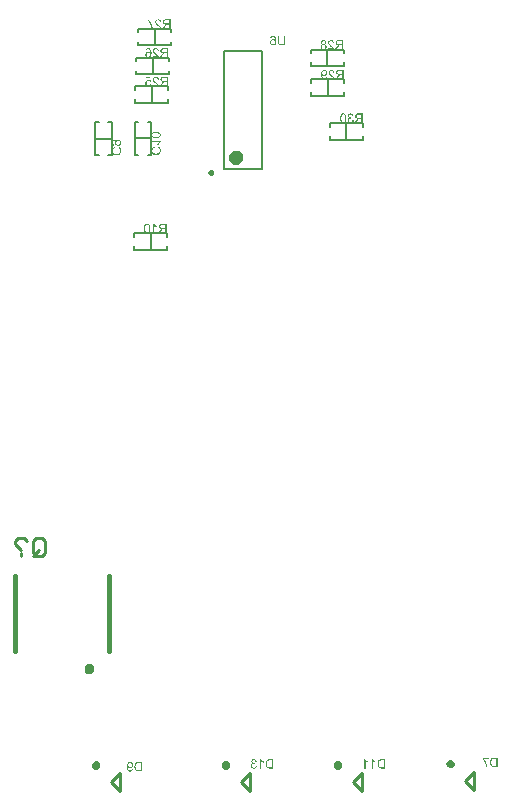
<source format=gbo>
%FSLAX23Y23*%
%MOIN*%
%SFA1B1*%

%IPPOS*%
%ADD10C,0.009840*%
%ADD11C,0.023620*%
%ADD12C,0.019680*%
%ADD13C,0.010000*%
%ADD14C,0.007870*%
%ADD15C,0.005910*%
%ADD17C,0.015750*%
%LNvcu-1*%
%LPD*%
G36*
X1644Y3118D02*
X1645Y3118D01*
X1646Y3117*
X1647Y3117*
X1647Y3117*
X1648Y3117*
X1649Y3116*
X1649Y3116*
X1650Y3116*
X1650Y3115*
X1650Y3115*
X1651Y3115*
X1651Y3114*
X1651Y3114*
X1651Y3114*
X1651Y3114*
X1652Y3113*
X1652Y3112*
X1653Y3111*
X1653Y3110*
X1654Y3109*
X1654Y3108*
X1654Y3107*
X1654Y3106*
X1654Y3105*
X1654Y3104*
X1655Y3103*
X1655Y3102*
Y3102*
X1655Y3101*
Y3101*
Y3101*
Y3101*
Y3101*
X1655Y3099*
X1654Y3098*
X1654Y3097*
X1654Y3096*
X1654Y3094*
X1654Y3094*
X1653Y3093*
X1653Y3092*
X1653Y3091*
X1653Y3091*
X1652Y3090*
X1652Y3090*
X1652Y3089*
X1652Y3089*
X1652Y3089*
X1652Y3089*
X1651Y3088*
X1650Y3088*
X1650Y3087*
X1649Y3087*
X1648Y3087*
X1648Y3086*
X1647Y3086*
X1646Y3086*
X1646Y3086*
X1645Y3086*
X1645Y3086*
X1645Y3086*
X1644*
X1644Y3086*
X1644*
X1643Y3086*
X1642Y3086*
X1641Y3086*
X1640Y3086*
X1639Y3086*
X1639Y3087*
X1639Y3087*
X1639Y3087*
X1639Y3087*
X1639*
X1638Y3087*
X1637Y3088*
X1636Y3089*
X1636Y3089*
X1636Y3090*
X1635Y3090*
X1635Y3091*
X1635Y3091*
X1635Y3091*
Y3091*
X1635Y3092*
X1634Y3093*
X1634Y3094*
X1634Y3095*
X1634Y3095*
Y3096*
X1634Y3096*
Y3096*
Y3096*
Y3096*
Y3096*
X1634Y3097*
X1634Y3098*
X1634Y3099*
X1634Y3099*
X1634Y3100*
X1635Y3101*
X1635Y3101*
X1635Y3102*
X1635Y3102*
X1636Y3103*
X1636Y3103*
X1636Y3103*
X1636Y3103*
X1636Y3104*
X1636Y3104*
X1636Y3104*
X1637Y3104*
X1638Y3105*
X1638Y3105*
X1639Y3105*
X1639Y3106*
X1640Y3106*
X1641Y3106*
X1641Y3106*
X1642Y3106*
X1642Y3106*
X1642Y3107*
X1643Y3107*
X1643*
X1644Y3107*
X1645Y3106*
X1645Y3106*
X1646Y3106*
X1647Y3106*
X1647Y3106*
X1647Y3106*
X1647Y3106*
X1647*
X1648Y3105*
X1649Y3105*
X1649Y3104*
X1650Y3104*
X1650Y3103*
X1651Y3103*
X1651Y3102*
X1651Y3102*
Y3103*
X1651Y3104*
X1651Y3105*
X1651Y3105*
X1651Y3106*
X1650Y3107*
X1650Y3107*
X1650Y3108*
X1650Y3108*
X1650Y3109*
X1650Y3109*
X1650Y3109*
X1650Y3109*
X1650Y3109*
X1650Y3110*
Y3110*
X1649Y3111*
X1649Y3111*
X1648Y3112*
X1648Y3113*
X1647Y3113*
X1647Y3113*
X1647Y3113*
X1647Y3114*
X1646Y3114*
X1646Y3114*
X1645Y3114*
X1645Y3114*
X1644Y3115*
X1644Y3115*
X1644*
X1643Y3114*
X1642Y3114*
X1641Y3114*
X1641Y3114*
X1640Y3113*
X1640Y3113*
X1640Y3113*
X1640Y3113*
X1639Y3112*
X1639Y3112*
X1639Y3111*
X1639Y3111*
X1638Y3110*
X1638Y3110*
X1638Y3110*
X1638Y3110*
Y3110*
X1634Y3110*
X1635Y3111*
X1635Y3112*
X1635Y3113*
X1636Y3114*
X1636Y3115*
X1637Y3115*
X1637Y3115*
X1637Y3115*
X1637Y3116*
X1637Y3116*
X1637Y3116*
X1638Y3116*
X1638Y3116*
X1639Y3117*
X1640Y3117*
X1641Y3117*
X1642Y3118*
X1642Y3118*
X1643*
X1643Y3118*
X1643*
X1644Y3118*
G37*
G36*
X1685Y3099D02*
Y3098D01*
X1684Y3098*
X1684Y3097*
X1684Y3096*
X1684Y3095*
X1684Y3095*
X1684Y3094*
X1684Y3094*
X1684Y3093*
X1684Y3093*
X1684Y3092*
X1684Y3092*
X1683Y3092*
X1683Y3092*
X1683Y3092*
Y3091*
X1683Y3090*
X1682Y3090*
X1682Y3089*
X1681Y3088*
X1680Y3088*
X1680Y3087*
X1680Y3087*
X1679Y3087*
X1679Y3087*
X1679*
X1678Y3087*
X1677Y3086*
X1676Y3086*
X1675Y3086*
X1674Y3086*
X1674Y3086*
X1673Y3086*
X1673*
X1673Y3086*
X1672*
X1670Y3086*
X1670Y3086*
X1669Y3086*
X1668Y3086*
X1668Y3086*
X1667Y3086*
X1667Y3086*
X1666Y3087*
X1666Y3087*
X1666Y3087*
X1665Y3087*
X1665Y3087*
X1665Y3087*
X1665Y3087*
X1665*
X1664Y3088*
X1663Y3089*
X1662Y3089*
X1662Y3090*
X1661Y3091*
X1661Y3091*
X1661Y3092*
X1661Y3092*
X1661Y3092*
Y3092*
X1661Y3092*
X1661Y3093*
X1660Y3094*
X1660Y3095*
X1660Y3097*
X1660Y3097*
X1660Y3098*
Y3098*
X1660Y3099*
Y3099*
Y3099*
Y3099*
Y3099*
Y3118*
X1664*
Y3099*
Y3098*
X1664Y3097*
X1664Y3096*
X1664Y3096*
X1664Y3095*
X1665Y3094*
X1665Y3094*
X1665Y3093*
X1665Y3093*
X1665Y3092*
X1665Y3092*
X1666Y3092*
X1666Y3092*
X1666Y3091*
X1666Y3091*
X1666Y3091*
X1666Y3091*
X1667Y3091*
X1668Y3090*
X1669Y3090*
X1670Y3090*
X1671Y3089*
X1671Y3089*
X1672*
X1672Y3089*
X1672*
X1673Y3089*
X1674Y3090*
X1675Y3090*
X1676Y3090*
X1676Y3090*
X1677Y3090*
X1677Y3090*
X1677Y3090*
X1678Y3091*
X1678Y3091*
X1679Y3092*
X1679Y3092*
X1679Y3093*
X1679Y3093*
X1680Y3093*
X1680Y3093*
X1680Y3094*
X1680Y3094*
X1680Y3095*
X1680Y3096*
X1680Y3097*
X1680Y3098*
Y3098*
X1680Y3099*
Y3099*
Y3099*
Y3099*
Y3099*
Y3118*
X1685*
Y3099*
G37*
G36*
X1904Y2859D02*
X1905Y2859D01*
X1906Y2858*
X1907Y2858*
X1907Y2858*
X1908Y2857*
X1908Y2857*
X1908Y2857*
X1908Y2857*
X1909Y2857*
X1909Y2857*
X1909Y2857*
X1910Y2856*
X1910Y2855*
X1911Y2854*
X1911Y2853*
X1911Y2852*
X1912Y2852*
X1912Y2851*
X1912Y2851*
X1912Y2851*
X1912Y2851*
Y2851*
X1908Y2850*
X1908Y2851*
X1908Y2852*
X1907Y2853*
X1907Y2853*
X1907Y2854*
X1906Y2854*
X1906Y2854*
X1906Y2854*
X1905Y2855*
X1905Y2855*
X1904Y2855*
X1904Y2856*
X1903Y2856*
X1903Y2856*
X1902*
X1902Y2856*
X1901Y2855*
X1900Y2855*
X1900Y2855*
X1899Y2855*
X1899Y2855*
X1899Y2854*
X1899Y2854*
X1898Y2854*
X1898Y2853*
X1898Y2853*
X1897Y2852*
X1897Y2852*
X1897Y2851*
Y2851*
Y2851*
Y2851*
Y2850*
X1897Y2850*
X1897Y2849*
X1898Y2848*
X1898Y2848*
X1899Y2847*
X1899Y2847*
X1899Y2847*
X1899Y2847*
X1899*
X1900Y2846*
X1901Y2846*
X1901Y2846*
X1902Y2846*
X1903Y2846*
X1903Y2846*
X1904*
X1904Y2846*
X1904*
X1905Y2842*
X1904Y2842*
X1904Y2842*
X1903Y2843*
X1903Y2843*
X1902Y2843*
X1902*
X1901Y2843*
X1900Y2842*
X1899Y2842*
X1899Y2842*
X1898Y2841*
X1898Y2841*
X1898Y2841*
X1898Y2841*
X1897Y2840*
X1896Y2839*
X1896Y2839*
X1896Y2838*
X1896Y2837*
X1896Y2837*
X1896Y2837*
Y2837*
Y2836*
Y2836*
X1896Y2835*
X1896Y2835*
X1896Y2834*
X1897Y2833*
X1897Y2833*
X1897Y2832*
X1898Y2832*
X1898Y2832*
X1898Y2831*
X1899Y2831*
X1900Y2830*
X1901Y2830*
X1901Y2830*
X1902Y2830*
X1902Y2830*
X1902*
X1903Y2830*
X1904Y2830*
X1905Y2830*
X1905Y2831*
X1906Y2831*
X1906Y2831*
X1906Y2831*
X1906Y2831*
X1907Y2832*
X1907Y2833*
X1908Y2833*
X1908Y2834*
X1908Y2835*
X1908Y2835*
X1908Y2836*
X1908Y2836*
X1908Y2836*
X1908Y2836*
Y2836*
X1912Y2836*
X1912Y2835*
X1912Y2834*
X1912Y2833*
X1911Y2832*
X1911Y2831*
X1911Y2831*
X1910Y2830*
X1910Y2830*
X1910Y2830*
X1910Y2830*
X1909Y2829*
X1909Y2829*
X1909Y2829*
X1909Y2829*
X1909Y2829*
X1908Y2828*
X1908Y2828*
X1907Y2828*
X1906Y2827*
X1905Y2827*
X1904Y2827*
X1904Y2827*
X1903Y2827*
X1903Y2827*
X1903Y2827*
X1902*
X1901Y2827*
X1901Y2827*
X1900Y2827*
X1899Y2827*
X1898Y2827*
X1898Y2828*
X1897Y2828*
X1897Y2828*
X1896Y2828*
X1896Y2829*
X1896Y2829*
X1895Y2829*
X1895Y2829*
X1895Y2829*
X1895Y2830*
X1895Y2830*
X1894Y2830*
X1894Y2831*
X1893Y2831*
X1893Y2832*
X1893Y2832*
X1892Y2833*
X1892Y2834*
X1892Y2835*
X1892Y2835*
X1892Y2835*
X1892Y2836*
X1892Y2836*
Y2836*
Y2836*
Y2837*
X1892Y2838*
X1892Y2839*
X1892Y2839*
X1892Y2840*
X1893Y2841*
X1893Y2841*
X1893Y2842*
X1893Y2842*
X1894Y2842*
X1895Y2843*
X1895Y2843*
X1896Y2844*
X1897Y2844*
X1897Y2844*
X1897Y2844*
X1897Y2844*
X1898Y2844*
X1898*
X1897Y2845*
X1896Y2845*
X1896Y2846*
X1895Y2846*
X1895Y2846*
X1895Y2847*
X1894Y2847*
X1894Y2847*
X1894Y2848*
X1894Y2848*
X1893Y2849*
X1893Y2849*
X1893Y2850*
X1893Y2850*
Y2851*
Y2851*
X1893Y2851*
X1893Y2852*
X1894Y2853*
X1894Y2854*
X1894Y2854*
X1894Y2854*
X1894Y2855*
X1894Y2855*
X1895Y2855*
X1895Y2856*
X1896Y2857*
X1896Y2857*
X1897Y2857*
X1897Y2858*
X1898Y2858*
X1898Y2858*
X1898*
X1899Y2858*
X1899Y2858*
X1900Y2859*
X1901Y2859*
X1901Y2859*
X1902Y2859*
X1903*
X1904Y2859*
G37*
G36*
X1942Y2827D02*
X1938D01*
Y2841*
X1933*
X1932Y2841*
X1932*
X1932Y2841*
X1931Y2841*
X1931*
X1931Y2841*
X1931*
X1930Y2841*
X1930Y2841*
X1930Y2841*
X1930Y2840*
X1929Y2840*
X1929Y2840*
X1929Y2840*
X1929Y2840*
X1928Y2840*
X1928Y2839*
X1927Y2839*
X1927Y2838*
X1927Y2838*
X1927Y2838*
X1927Y2837*
X1926Y2837*
X1926Y2836*
X1925Y2835*
X1925Y2835*
X1924Y2834*
X1924Y2834*
X1924Y2834*
X1924Y2834*
Y2834*
X1920Y2827*
X1915*
X1920Y2836*
X1921Y2837*
X1921Y2838*
X1922Y2838*
X1922Y2839*
X1923Y2839*
X1923Y2840*
X1924Y2840*
X1924Y2840*
X1924Y2840*
X1924Y2841*
X1925Y2841*
X1926Y2841*
X1926Y2841*
X1926Y2842*
X1926Y2842*
X1925Y2842*
X1925Y2842*
X1924Y2842*
X1923Y2842*
X1923Y2843*
X1922Y2843*
X1922Y2843*
X1921Y2843*
X1921Y2844*
X1920Y2844*
X1920Y2844*
X1920Y2844*
X1920Y2844*
X1920Y2844*
X1919Y2844*
X1919Y2844*
X1919Y2845*
X1919Y2845*
X1918Y2846*
X1918Y2847*
X1918Y2848*
X1917Y2849*
X1917Y2849*
Y2850*
X1917Y2850*
Y2850*
Y2850*
Y2850*
X1917Y2851*
X1917Y2852*
X1918Y2853*
X1918Y2853*
X1918Y2854*
X1918Y2855*
X1919Y2855*
X1919Y2855*
Y2855*
X1919Y2856*
X1920Y2856*
X1920Y2857*
X1921Y2857*
X1921Y2858*
X1922Y2858*
X1922Y2858*
X1922Y2858*
X1922*
X1922Y2858*
X1923Y2858*
X1924Y2858*
X1925Y2859*
X1926Y2859*
X1927Y2859*
X1927*
X1928Y2859*
X1942*
Y2827*
G37*
G36*
X1879Y2859D02*
X1880Y2859D01*
X1881Y2858*
X1882Y2858*
X1882Y2858*
X1883Y2857*
X1883Y2857*
X1883Y2857*
X1883Y2857*
X1883Y2857*
X1883*
X1884Y2856*
X1885Y2855*
X1885Y2855*
X1886Y2854*
X1886Y2853*
X1886Y2853*
X1886Y2852*
X1887Y2852*
X1887Y2852*
X1887Y2852*
Y2852*
X1887Y2851*
X1887Y2850*
X1887Y2849*
X1888Y2847*
X1888Y2846*
X1888Y2845*
X1888Y2845*
Y2844*
X1888Y2844*
Y2843*
Y2843*
Y2843*
Y2843*
X1888Y2841*
X1888Y2840*
X1888Y2838*
X1887Y2837*
X1887Y2836*
X1887Y2835*
X1887Y2834*
X1886Y2833*
X1886Y2832*
X1886Y2832*
X1885Y2831*
X1885Y2831*
X1885Y2830*
X1885Y2830*
X1885Y2830*
X1885Y2830*
X1884Y2829*
X1884Y2829*
X1883Y2828*
X1882Y2828*
X1882Y2828*
X1881Y2827*
X1881Y2827*
X1880Y2827*
X1880Y2827*
X1879Y2827*
X1879Y2827*
X1878Y2827*
X1878Y2827*
X1878*
X1876Y2827*
X1875Y2827*
X1874Y2827*
X1873Y2828*
X1873Y2828*
X1872Y2828*
X1872Y2828*
X1872Y2828*
X1872Y2828*
X1872Y2829*
X1872*
X1871Y2829*
X1870Y2830*
X1870Y2831*
X1869Y2832*
X1869Y2833*
X1869Y2833*
X1869Y2833*
X1869Y2833*
X1868Y2834*
X1868Y2834*
Y2834*
X1868Y2834*
X1868Y2835*
X1868Y2837*
X1868Y2838*
X1867Y2840*
X1867Y2840*
X1867Y2841*
Y2841*
X1867Y2842*
Y2842*
Y2843*
Y2843*
Y2843*
Y2844*
X1867Y2844*
Y2845*
X1867Y2846*
X1867Y2847*
X1867Y2847*
X1868Y2848*
X1868Y2848*
X1868Y2849*
X1868Y2849*
X1868Y2849*
X1868Y2850*
X1868Y2850*
X1868Y2850*
X1868Y2850*
Y2850*
X1868Y2851*
X1869Y2852*
X1869Y2853*
X1869Y2854*
X1870Y2854*
X1870Y2855*
X1870Y2855*
X1870Y2855*
X1870Y2856*
X1871Y2856*
X1871Y2857*
X1872Y2857*
X1872Y2857*
X1873Y2858*
X1873Y2858*
X1873Y2858*
X1873*
X1874Y2858*
X1875Y2858*
X1875Y2859*
X1876Y2859*
X1877Y2859*
X1877Y2859*
X1878*
X1879Y2859*
G37*
G36*
X1839Y3005D02*
X1840Y3005D01*
X1841Y3004*
X1842Y3004*
X1842Y3004*
X1843Y3004*
X1843Y3004*
X1844Y3004*
X1844Y3003*
X1845Y3003*
X1845Y3003*
X1845Y3003*
X1845Y3003*
X1846Y3002*
X1846Y3002*
X1846Y3002*
X1846Y3002*
X1847Y3001*
X1847Y3001*
X1847Y3000*
X1848Y2999*
X1848Y2998*
X1848Y2998*
X1849Y2997*
X1849Y2997*
X1849Y2996*
X1849Y2996*
Y2996*
X1849Y2996*
Y2996*
X1845Y2995*
X1845Y2996*
X1845Y2997*
X1844Y2998*
X1844Y2999*
X1844Y2999*
X1843Y3000*
X1843Y3000*
X1843Y3000*
X1842Y3000*
X1842Y3001*
X1841Y3001*
X1840Y3001*
X1840Y3001*
X1839Y3001*
X1839Y3002*
X1839*
X1838Y3001*
X1837Y3001*
X1836Y3001*
X1835Y3001*
X1835Y3000*
X1835Y3000*
X1834Y3000*
X1834Y3000*
X1834Y2999*
X1833Y2999*
X1833Y2998*
X1833Y2997*
X1833Y2997*
X1833Y2996*
X1833Y2996*
Y2996*
Y2996*
X1833Y2995*
X1833Y2994*
X1833Y2994*
X1834Y2993*
X1834Y2992*
X1834Y2992*
X1834Y2992*
X1834Y2991*
X1834Y2991*
Y2991*
X1835Y2991*
X1835Y2990*
X1836Y2990*
X1836Y2989*
X1837Y2988*
X1839Y2987*
X1839Y2987*
X1840Y2986*
X1840Y2986*
X1841Y2985*
X1841Y2985*
X1841Y2985*
X1841Y2985*
X1841Y2985*
X1843Y2984*
X1844Y2983*
X1845Y2982*
X1845Y2981*
X1846Y2981*
X1846Y2980*
X1846Y2980*
X1847Y2980*
Y2980*
X1847Y2979*
X1848Y2978*
X1848Y2978*
X1848Y2977*
X1849Y2977*
X1849Y2976*
X1849Y2976*
X1849Y2976*
Y2976*
X1849Y2975*
X1849Y2975*
X1849Y2974*
X1849Y2974*
X1850Y2974*
Y2973*
Y2973*
Y2973*
X1829*
Y2977*
X1844*
X1844Y2978*
X1843Y2978*
X1843Y2978*
X1843Y2978*
X1843Y2979*
X1843Y2979*
X1842Y2979*
X1842Y2979*
X1842Y2979*
X1841Y2980*
X1841Y2981*
X1840Y2981*
X1839Y2982*
X1839Y2982*
X1839Y2982*
X1838Y2983*
X1838Y2983*
X1838Y2983*
X1838Y2983*
X1837Y2983*
X1837Y2984*
X1836Y2985*
X1835Y2985*
X1835Y2986*
X1834Y2986*
X1834Y2987*
X1833Y2987*
X1833Y2987*
X1833Y2988*
X1833Y2988*
X1832Y2988*
X1832Y2988*
X1832Y2988*
X1831Y2989*
X1831Y2990*
X1830Y2990*
X1830Y2991*
X1830Y2992*
X1830Y2992*
X1830Y2992*
X1829Y2992*
X1829Y2993*
X1829Y2994*
X1829Y2994*
X1829Y2995*
X1829Y2995*
X1829Y2996*
Y2996*
Y2996*
X1829Y2997*
X1829Y2997*
X1829Y2998*
X1829Y2998*
X1830Y3000*
X1830Y3000*
X1830Y3001*
X1830Y3001*
X1831Y3001*
X1831Y3002*
X1831Y3002*
X1831Y3002*
X1831Y3002*
X1831Y3002*
X1832Y3003*
X1832Y3003*
X1833Y3003*
X1834Y3004*
X1835Y3004*
X1836Y3004*
X1836Y3004*
X1837Y3005*
X1837Y3005*
X1838Y3005*
X1838Y3005*
X1839*
X1839Y3005*
G37*
G36*
X1815D02*
X1816Y3005D01*
X1817Y3004*
X1817Y3004*
X1819Y3004*
X1819Y3004*
X1820Y3003*
X1820Y3003*
X1821Y3003*
X1821Y3002*
X1821Y3002*
X1821Y3002*
X1822Y3002*
X1822Y3002*
X1822Y3002*
X1822Y3001*
X1823Y3001*
X1823Y3000*
X1823Y2999*
X1824Y2999*
X1824Y2998*
X1824Y2997*
X1824Y2996*
X1824Y2996*
X1824Y2995*
X1824Y2995*
X1824Y2994*
Y2994*
Y2994*
Y2994*
X1824Y2993*
X1824Y2992*
X1824Y2992*
X1824Y2991*
X1824Y2990*
X1824Y2990*
X1823Y2989*
X1823Y2989*
X1823Y2988*
X1823Y2988*
X1822Y2987*
X1822Y2987*
X1822Y2987*
X1822Y2987*
X1822Y2987*
X1822Y2987*
X1821Y2986*
X1821Y2986*
X1820Y2985*
X1820Y2985*
X1819Y2985*
X1819Y2984*
X1817Y2984*
X1817Y2984*
X1817Y2984*
X1816Y2984*
X1816Y2984*
X1816Y2984*
X1815*
X1814Y2984*
X1814Y2984*
X1813Y2984*
X1812Y2984*
X1812Y2985*
X1811Y2985*
X1811Y2985*
X1811Y2985*
X1810Y2985*
X1809Y2986*
X1809Y2986*
X1808Y2987*
X1808Y2987*
X1808Y2988*
X1808Y2988*
X1808Y2988*
Y2988*
Y2987*
Y2987*
Y2987*
X1808Y2986*
X1808Y2985*
X1808Y2985*
X1808Y2984*
X1808Y2983*
X1808Y2983*
X1808Y2983*
Y2982*
X1808Y2982*
Y2982*
X1808Y2982*
X1809Y2981*
X1809Y2980*
X1809Y2980*
X1809Y2979*
X1810Y2979*
X1810Y2979*
X1810Y2979*
X1810Y2978*
X1810Y2978*
X1811Y2977*
X1811Y2977*
X1811Y2977*
X1812Y2977*
X1812Y2977*
X1812Y2976*
X1812Y2976*
X1813Y2976*
X1813Y2976*
X1814Y2976*
X1814Y2976*
X1815Y2976*
X1815*
X1816Y2976*
X1816Y2976*
X1817Y2976*
X1817Y2976*
X1818Y2976*
X1818Y2977*
X1818Y2977*
X1818Y2977*
X1819Y2977*
X1819Y2978*
X1820Y2979*
X1820Y2979*
X1820Y2980*
X1820Y2980*
X1820Y2980*
Y2981*
X1820Y2981*
Y2981*
X1824Y2980*
X1824Y2979*
X1823Y2978*
X1823Y2977*
X1822Y2976*
X1822Y2975*
X1822Y2975*
X1821Y2975*
X1821Y2975*
X1821Y2975*
X1821Y2975*
X1821Y2975*
X1821Y2974*
X1820Y2974*
X1819Y2973*
X1818Y2973*
X1817Y2973*
X1816Y2973*
X1816Y2973*
X1816*
X1815Y2973*
X1815*
X1814Y2973*
X1813Y2973*
X1812Y2973*
X1811Y2973*
X1810Y2974*
X1810Y2974*
X1810Y2974*
X1809Y2974*
X1809Y2974*
X1809Y2974*
X1809Y2974*
X1809*
X1808Y2975*
X1807Y2976*
X1807Y2977*
X1806Y2978*
X1806Y2979*
X1805Y2979*
X1805Y2979*
X1805Y2979*
X1805Y2980*
X1805Y2980*
Y2980*
X1805Y2980*
X1805Y2981*
X1804Y2983*
X1804Y2984*
X1804Y2986*
X1804Y2987*
X1804Y2987*
Y2988*
X1804Y2988*
Y2989*
Y2989*
Y2989*
Y2989*
Y2990*
X1804Y2991*
X1804Y2992*
X1804Y2993*
X1804Y2994*
X1804Y2995*
X1804Y2995*
X1804Y2996*
X1805Y2997*
X1805Y2997*
X1805Y2997*
X1805Y2998*
X1805Y2998*
X1805Y2998*
X1805Y2998*
Y2998*
X1806Y2999*
X1806Y3000*
X1807Y3001*
X1808Y3002*
X1808Y3002*
X1809Y3003*
X1809Y3003*
X1809Y3003*
X1809Y3003*
X1809*
X1810Y3004*
X1811Y3004*
X1812Y3004*
X1813Y3004*
X1814Y3005*
X1814Y3005*
X1814*
X1814Y3005*
X1815*
X1815Y3005*
G37*
G36*
X1879Y2973D02*
X1875D01*
Y2987*
X1870*
X1869Y2987*
X1869*
X1868Y2987*
X1868Y2987*
X1868*
X1868Y2987*
X1868*
X1867Y2987*
X1867Y2986*
X1866Y2986*
X1866Y2986*
X1866Y2986*
X1866Y2986*
X1866Y2986*
X1866Y2986*
X1865Y2985*
X1864Y2985*
X1864Y2984*
X1864Y2984*
X1864Y2984*
X1864Y2984*
X1863Y2983*
X1863Y2983*
X1862Y2982*
X1862Y2981*
X1861Y2981*
X1861Y2980*
X1861Y2980*
X1861Y2980*
X1861Y2980*
Y2980*
X1857Y2973*
X1851*
X1857Y2982*
X1857Y2983*
X1858Y2983*
X1859Y2984*
X1859Y2985*
X1860Y2985*
X1860Y2985*
X1860Y2986*
X1860Y2986*
X1861Y2986*
X1861Y2986*
X1862Y2987*
X1862Y2987*
X1863Y2987*
X1863Y2987*
X1863Y2987*
X1862Y2988*
X1861Y2988*
X1861Y2988*
X1860Y2988*
X1859Y2988*
X1859Y2989*
X1858Y2989*
X1858Y2989*
X1857Y2989*
X1857Y2990*
X1857Y2990*
X1857Y2990*
X1856Y2990*
X1856Y2990*
X1856Y2990*
X1856Y2990*
X1856Y2991*
X1855Y2991*
X1855Y2992*
X1854Y2993*
X1854Y2994*
X1854Y2995*
X1854Y2995*
Y2995*
X1854Y2996*
Y2996*
Y2996*
Y2996*
X1854Y2997*
X1854Y2998*
X1854Y2999*
X1855Y2999*
X1855Y3000*
X1855Y3000*
X1855Y3001*
X1855Y3001*
Y3001*
X1856Y3001*
X1856Y3002*
X1857Y3003*
X1857Y3003*
X1858Y3003*
X1858Y3004*
X1859Y3004*
X1859Y3004*
X1859*
X1859Y3004*
X1860Y3004*
X1861Y3004*
X1862Y3004*
X1863Y3004*
X1864Y3005*
X1864*
X1864Y3005*
X1879*
Y2973*
G37*
G36*
X1837Y3104D02*
X1838Y3104D01*
X1839Y3103*
X1840Y3103*
X1840Y3103*
X1841Y3103*
X1841Y3103*
X1842Y3103*
X1842Y3102*
X1843Y3102*
X1843Y3102*
X1843Y3102*
X1843Y3102*
X1844Y3101*
X1844Y3101*
X1844Y3101*
X1844Y3101*
X1845Y3100*
X1845Y3100*
X1845Y3099*
X1846Y3098*
X1846Y3097*
X1846Y3097*
X1847Y3096*
X1847Y3096*
X1847Y3095*
X1847Y3095*
Y3095*
X1847Y3095*
Y3095*
X1843Y3094*
X1843Y3095*
X1843Y3096*
X1842Y3097*
X1842Y3098*
X1842Y3098*
X1841Y3098*
X1841Y3099*
X1841Y3099*
X1840Y3099*
X1840Y3100*
X1839Y3100*
X1838Y3100*
X1838Y3100*
X1837Y3100*
X1837Y3101*
X1837*
X1836Y3100*
X1835Y3100*
X1834Y3100*
X1833Y3100*
X1833Y3099*
X1833Y3099*
X1832Y3099*
X1832Y3099*
X1832Y3098*
X1831Y3098*
X1831Y3097*
X1831Y3096*
X1831Y3096*
X1831Y3095*
X1831Y3095*
Y3095*
Y3095*
X1831Y3094*
X1831Y3093*
X1831Y3093*
X1832Y3092*
X1832Y3091*
X1832Y3091*
X1832Y3091*
X1832Y3090*
X1832Y3090*
Y3090*
X1833Y3090*
X1833Y3089*
X1834Y3089*
X1834Y3088*
X1835Y3087*
X1837Y3086*
X1837Y3086*
X1838Y3085*
X1838Y3085*
X1839Y3084*
X1839Y3084*
X1839Y3084*
X1839Y3084*
X1839Y3084*
X1841Y3083*
X1842Y3082*
X1843Y3081*
X1843Y3080*
X1844Y3080*
X1844Y3079*
X1844Y3079*
X1845Y3079*
Y3079*
X1845Y3078*
X1846Y3077*
X1846Y3077*
X1846Y3076*
X1847Y3076*
X1847Y3075*
X1847Y3075*
X1847Y3075*
Y3075*
X1847Y3074*
X1847Y3074*
X1847Y3073*
X1847Y3073*
X1848Y3073*
Y3072*
Y3072*
Y3072*
X1827*
Y3076*
X1842*
X1842Y3077*
X1841Y3077*
X1841Y3077*
X1841Y3077*
X1841Y3078*
X1841Y3078*
X1840Y3078*
X1840Y3078*
X1840Y3078*
X1839Y3079*
X1839Y3080*
X1838Y3080*
X1837Y3081*
X1837Y3081*
X1837Y3081*
X1836Y3082*
X1836Y3082*
X1836Y3082*
X1836Y3082*
X1835Y3082*
X1835Y3083*
X1834Y3084*
X1833Y3084*
X1833Y3085*
X1832Y3085*
X1832Y3086*
X1831Y3086*
X1831Y3086*
X1831Y3087*
X1831Y3087*
X1830Y3087*
X1830Y3087*
X1830Y3087*
X1829Y3088*
X1829Y3089*
X1828Y3089*
X1828Y3090*
X1828Y3091*
X1828Y3091*
X1828Y3091*
X1827Y3091*
X1827Y3092*
X1827Y3093*
X1827Y3093*
X1827Y3094*
X1827Y3094*
X1827Y3095*
Y3095*
Y3095*
X1827Y3096*
X1827Y3096*
X1827Y3097*
X1827Y3097*
X1828Y3099*
X1828Y3099*
X1828Y3100*
X1828Y3100*
X1829Y3100*
X1829Y3101*
X1829Y3101*
X1829Y3101*
X1829Y3101*
X1829Y3101*
X1830Y3102*
X1830Y3102*
X1831Y3102*
X1832Y3103*
X1833Y3103*
X1834Y3103*
X1834Y3103*
X1835Y3104*
X1835Y3104*
X1836Y3104*
X1836Y3104*
X1837*
X1837Y3104*
G37*
G36*
X1877Y3072D02*
X1873D01*
Y3086*
X1868*
X1867Y3086*
X1867*
X1866Y3086*
X1866Y3086*
X1866*
X1866Y3086*
X1866*
X1865Y3086*
X1865Y3085*
X1864Y3085*
X1864Y3085*
X1864Y3085*
X1864Y3085*
X1864Y3085*
X1864Y3085*
X1863Y3084*
X1862Y3084*
X1862Y3083*
X1862Y3083*
X1862Y3083*
X1862Y3083*
X1861Y3082*
X1861Y3082*
X1860Y3081*
X1860Y3080*
X1859Y3080*
X1859Y3079*
X1859Y3079*
X1859Y3079*
X1859Y3079*
Y3079*
X1855Y3072*
X1849*
X1855Y3081*
X1855Y3082*
X1856Y3082*
X1857Y3083*
X1857Y3084*
X1858Y3084*
X1858Y3084*
X1858Y3085*
X1858Y3085*
X1859Y3085*
X1859Y3085*
X1860Y3086*
X1860Y3086*
X1861Y3086*
X1861Y3086*
X1861Y3086*
X1860Y3087*
X1859Y3087*
X1859Y3087*
X1858Y3087*
X1857Y3087*
X1857Y3088*
X1856Y3088*
X1856Y3088*
X1855Y3088*
X1855Y3089*
X1855Y3089*
X1855Y3089*
X1854Y3089*
X1854Y3089*
X1854Y3089*
X1854Y3089*
X1854Y3090*
X1853Y3090*
X1853Y3091*
X1852Y3092*
X1852Y3093*
X1852Y3094*
X1852Y3094*
Y3094*
X1852Y3095*
Y3095*
Y3095*
Y3095*
X1852Y3096*
X1852Y3097*
X1852Y3098*
X1853Y3098*
X1853Y3099*
X1853Y3099*
X1853Y3100*
X1853Y3100*
Y3100*
X1854Y3100*
X1854Y3101*
X1855Y3102*
X1855Y3102*
X1856Y3102*
X1856Y3103*
X1857Y3103*
X1857Y3103*
X1857*
X1857Y3103*
X1858Y3103*
X1859Y3103*
X1860Y3103*
X1861Y3103*
X1862Y3104*
X1862*
X1862Y3104*
X1877*
Y3072*
G37*
G36*
X1813Y3104D02*
X1814Y3104D01*
X1815Y3103*
X1816Y3103*
X1816Y3103*
X1817Y3103*
X1817Y3103*
X1817Y3102*
X1818Y3102*
X1818Y3102*
X1818Y3102*
X1819Y3102*
X1819Y3101*
X1819Y3101*
X1819Y3101*
X1819Y3101*
X1820Y3100*
X1820Y3100*
X1820Y3099*
X1821Y3098*
X1821Y3098*
X1821Y3097*
X1821Y3096*
X1821Y3096*
X1821Y3096*
Y3096*
Y3096*
Y3096*
X1821Y3095*
X1821Y3094*
X1821Y3093*
X1821Y3093*
X1820Y3092*
X1820Y3092*
X1820Y3092*
X1820Y3092*
X1820Y3091*
X1819Y3091*
X1818Y3090*
X1818Y3090*
X1817Y3089*
X1817Y3089*
X1817Y3089*
X1817Y3089*
X1817Y3089*
X1817*
X1818Y3089*
X1818Y3088*
X1819Y3088*
X1820Y3087*
X1820Y3087*
X1821Y3087*
X1821Y3086*
X1821Y3086*
Y3086*
X1821Y3085*
X1822Y3085*
X1822Y3084*
X1822Y3083*
X1822Y3082*
X1822Y3082*
Y3082*
X1823Y3081*
Y3081*
Y3081*
Y3081*
X1822Y3080*
X1822Y3080*
X1822Y3079*
X1822Y3078*
X1822Y3077*
X1821Y3077*
X1821Y3076*
X1821Y3076*
X1821Y3075*
X1820Y3075*
X1820Y3075*
X1820Y3075*
X1820Y3074*
X1820Y3074*
X1820Y3074*
X1819Y3074*
X1819Y3073*
X1818Y3073*
X1817Y3073*
X1817Y3072*
X1816Y3072*
X1815Y3072*
X1814Y3072*
X1814Y3072*
X1813Y3072*
X1813Y3072*
X1813Y3072*
X1812*
X1811Y3072*
X1811Y3072*
X1810Y3072*
X1809Y3072*
X1808Y3072*
X1808Y3072*
X1807Y3073*
X1807Y3073*
X1806Y3073*
X1806Y3073*
X1805Y3074*
X1805Y3074*
X1805Y3074*
X1805Y3074*
X1805Y3074*
X1805Y3074*
X1804Y3075*
X1804Y3075*
X1803Y3076*
X1803Y3076*
X1803Y3077*
X1802Y3078*
X1802Y3079*
X1802Y3079*
X1802Y3080*
X1802Y3080*
X1802Y3080*
X1802Y3081*
Y3081*
Y3081*
Y3081*
X1802Y3082*
X1802Y3083*
X1802Y3084*
X1803Y3085*
X1803Y3085*
X1803Y3086*
X1803Y3086*
X1803Y3086*
Y3086*
X1804Y3087*
X1805Y3087*
X1805Y3088*
X1806Y3088*
X1807Y3089*
X1807Y3089*
X1807Y3089*
X1808Y3089*
X1808Y3089*
X1808*
X1807Y3089*
X1806Y3090*
X1806Y3090*
X1805Y3091*
X1805Y3091*
X1804Y3091*
X1804Y3091*
X1804Y3092*
X1804Y3092*
X1804Y3093*
X1803Y3093*
X1803Y3094*
X1803Y3095*
X1803Y3095*
Y3095*
Y3095*
Y3095*
X1803Y3096*
X1803Y3097*
X1803Y3098*
X1804Y3099*
X1804Y3100*
X1805Y3100*
X1805Y3101*
X1805Y3101*
X1805Y3101*
X1806Y3101*
X1806Y3101*
X1806Y3101*
X1806Y3102*
X1807Y3102*
X1807Y3102*
X1808Y3103*
X1809Y3103*
X1810Y3103*
X1810Y3104*
X1811Y3104*
X1811Y3104*
X1812Y3104*
X1812Y3104*
X1812*
X1813Y3104*
G37*
G36*
X1262Y3173D02*
X1263Y3173D01*
X1263Y3173*
X1264Y3172*
X1265Y3172*
X1265Y3172*
X1266Y3172*
X1266Y3172*
X1267Y3171*
X1267Y3171*
X1268Y3171*
X1268Y3171*
X1268Y3171*
X1268Y3171*
X1268Y3171*
X1268Y3170*
X1269Y3170*
X1269Y3170*
X1270Y3169*
X1270Y3168*
X1270Y3167*
X1271Y3166*
X1271Y3166*
X1271Y3165*
X1271Y3165*
X1271Y3164*
X1271Y3164*
Y3164*
X1271Y3164*
Y3164*
X1267Y3163*
X1267Y3164*
X1267Y3165*
X1267Y3166*
X1267Y3167*
X1266Y3167*
X1266Y3168*
X1266Y3168*
X1266Y3168*
X1265Y3169*
X1264Y3169*
X1264Y3169*
X1263Y3169*
X1262Y3170*
X1262Y3170*
X1261Y3170*
X1261*
X1260Y3170*
X1259Y3169*
X1259Y3169*
X1258Y3169*
X1258Y3169*
X1257Y3168*
X1257Y3168*
X1257Y3168*
X1256Y3167*
X1256Y3167*
X1256Y3166*
X1255Y3166*
X1255Y3165*
X1255Y3165*
X1255Y3164*
Y3164*
Y3164*
X1255Y3163*
X1255Y3163*
X1256Y3162*
X1256Y3161*
X1256Y3160*
X1257Y3160*
X1257Y3160*
X1257Y3160*
X1257Y3160*
Y3160*
X1257Y3159*
X1258Y3159*
X1258Y3158*
X1259Y3157*
X1260Y3156*
X1261Y3155*
X1262Y3155*
X1262Y3154*
X1263Y3154*
X1263Y3154*
X1264Y3153*
X1264Y3153*
X1264Y3153*
X1264Y3153*
X1265Y3152*
X1266Y3151*
X1267Y3150*
X1268Y3149*
X1268Y3149*
X1269Y3148*
X1269Y3148*
X1269Y3148*
Y3148*
X1270Y3147*
X1270Y3147*
X1271Y3146*
X1271Y3145*
X1271Y3145*
X1272Y3144*
X1272Y3144*
X1272Y3144*
Y3144*
X1272Y3143*
X1272Y3143*
X1272Y3143*
X1272Y3142*
X1272Y3142*
Y3141*
Y3141*
Y3141*
X1251*
Y3145*
X1267*
X1266Y3146*
X1266Y3146*
X1266Y3146*
X1265Y3147*
X1265Y3147*
X1265Y3147*
X1265Y3147*
X1265Y3147*
X1265Y3147*
X1264Y3148*
X1263Y3149*
X1262Y3149*
X1262Y3150*
X1261Y3150*
X1261Y3151*
X1261Y3151*
X1261Y3151*
X1261Y3151*
X1261Y3151*
X1260Y3152*
X1259Y3152*
X1258Y3153*
X1258Y3153*
X1257Y3154*
X1257Y3154*
X1256Y3155*
X1256Y3155*
X1256Y3155*
X1255Y3156*
X1255Y3156*
X1255Y3156*
X1255Y3156*
X1255Y3157*
X1254Y3157*
X1253Y3158*
X1253Y3159*
X1253Y3159*
X1252Y3160*
X1252Y3160*
X1252Y3160*
X1252Y3160*
X1252Y3161*
X1252Y3162*
X1251Y3162*
X1251Y3163*
X1251Y3163*
X1251Y3164*
Y3164*
Y3164*
X1251Y3165*
X1251Y3165*
X1251Y3166*
X1252Y3167*
X1252Y3168*
X1253Y3169*
X1253Y3169*
X1253Y3169*
X1253Y3170*
X1254Y3170*
X1254Y3170*
X1254Y3170*
X1254Y3170*
X1254Y3170*
X1254Y3171*
X1255Y3171*
X1256Y3171*
X1256Y3172*
X1257Y3172*
X1259Y3173*
X1259Y3173*
X1260Y3173*
X1260Y3173*
X1260Y3173*
X1261Y3173*
X1261*
X1262Y3173*
G37*
G36*
X1302Y3141D02*
X1297D01*
Y3155*
X1292*
X1292Y3155*
X1291*
X1291Y3155*
X1291Y3155*
X1291*
X1290Y3155*
X1290*
X1290Y3155*
X1289Y3155*
X1289Y3155*
X1289Y3154*
X1289Y3154*
X1289Y3154*
X1288Y3154*
X1288Y3154*
X1288Y3154*
X1287Y3153*
X1287Y3153*
X1287Y3152*
X1286Y3152*
X1286Y3152*
X1286Y3151*
X1285Y3151*
X1285Y3150*
X1284Y3149*
X1284Y3149*
X1284Y3148*
X1284Y3148*
X1283Y3148*
X1283Y3148*
Y3148*
X1279Y3141*
X1274*
X1279Y3150*
X1280Y3151*
X1281Y3152*
X1281Y3152*
X1282Y3153*
X1282Y3153*
X1283Y3154*
X1283Y3154*
X1283Y3154*
X1283Y3154*
X1284Y3155*
X1284Y3155*
X1285Y3155*
X1285Y3155*
X1285Y3156*
X1285Y3156*
X1285Y3156*
X1284Y3156*
X1283Y3156*
X1282Y3156*
X1282Y3156*
X1281Y3157*
X1281Y3157*
X1280Y3157*
X1280Y3157*
X1280Y3158*
X1279Y3158*
X1279Y3158*
X1279Y3158*
X1279Y3158*
X1279Y3158*
X1279Y3158*
X1278Y3159*
X1278Y3159*
X1277Y3160*
X1277Y3161*
X1277Y3162*
X1277Y3163*
X1277Y3163*
Y3164*
X1277Y3164*
Y3164*
Y3164*
Y3164*
X1277Y3165*
X1277Y3166*
X1277Y3167*
X1277Y3167*
X1277Y3168*
X1278Y3168*
X1278Y3169*
X1278Y3169*
Y3169*
X1278Y3170*
X1279Y3170*
X1280Y3171*
X1280Y3171*
X1281Y3171*
X1281Y3172*
X1281Y3172*
X1281Y3172*
X1281*
X1282Y3172*
X1282Y3172*
X1283Y3172*
X1284Y3172*
X1285Y3173*
X1286Y3173*
X1287*
X1287Y3173*
X1302*
Y3141*
G37*
G36*
X1247Y3169D02*
X1231D01*
X1232Y3167*
X1234Y3166*
X1234Y3164*
X1235Y3163*
X1236Y3163*
X1236Y3162*
X1236Y3162*
X1237Y3161*
X1237Y3161*
X1237Y3161*
X1237Y3160*
X1237Y3160*
X1238Y3158*
X1239Y3157*
X1239Y3155*
X1240Y3154*
X1240Y3153*
X1240Y3153*
X1240Y3152*
X1241Y3152*
X1241Y3151*
X1241Y3151*
X1241Y3150*
X1241Y3150*
Y3150*
X1241Y3148*
X1242Y3147*
X1242Y3147*
X1242Y3146*
X1242Y3145*
X1242Y3144*
X1242Y3144*
X1242Y3143*
X1242Y3143*
X1242Y3142*
Y3142*
X1242Y3142*
Y3141*
Y3141*
Y3141*
X1238*
X1238Y3143*
X1238Y3145*
X1238Y3146*
X1238Y3147*
X1238Y3147*
X1237Y3148*
X1237Y3148*
X1237Y3149*
X1237Y3149*
X1237Y3149*
X1237Y3150*
X1237Y3150*
Y3150*
X1236Y3152*
X1236Y3154*
X1235Y3155*
X1235Y3156*
X1234Y3157*
X1234Y3157*
X1234Y3158*
X1233Y3159*
X1233Y3159*
X1233Y3160*
X1233Y3160*
X1233Y3161*
X1232Y3161*
X1232Y3161*
X1232Y3162*
X1231Y3163*
X1231Y3164*
X1230Y3164*
X1230Y3165*
X1229Y3166*
X1229Y3166*
X1228Y3167*
X1228Y3168*
X1228Y3168*
X1227Y3168*
X1227Y3169*
X1227Y3169*
X1227Y3169*
X1226Y3169*
X1226Y3169*
Y3172*
X1247*
Y3169*
G37*
G36*
X1253Y3077D02*
X1254Y3077D01*
X1255Y3076*
X1256Y3076*
X1256Y3076*
X1257Y3076*
X1257Y3076*
X1258Y3076*
X1258Y3075*
X1259Y3075*
X1259Y3075*
X1259Y3075*
X1260Y3075*
X1260Y3074*
X1260Y3074*
X1260Y3074*
X1260Y3074*
X1261Y3073*
X1261Y3073*
X1261Y3072*
X1262Y3071*
X1262Y3070*
X1262Y3070*
X1263Y3069*
X1263Y3069*
X1263Y3068*
X1263Y3068*
Y3068*
X1263Y3068*
Y3068*
X1259Y3067*
X1259Y3068*
X1259Y3069*
X1258Y3070*
X1258Y3071*
X1258Y3071*
X1257Y3071*
X1257Y3072*
X1257Y3072*
X1256Y3072*
X1256Y3073*
X1255Y3073*
X1254Y3073*
X1254Y3073*
X1253Y3073*
X1253Y3074*
X1253*
X1252Y3073*
X1251Y3073*
X1250Y3073*
X1249Y3073*
X1249Y3072*
X1249Y3072*
X1248Y3072*
X1248Y3072*
X1248Y3071*
X1247Y3071*
X1247Y3070*
X1247Y3069*
X1247Y3069*
X1247Y3068*
X1247Y3068*
Y3068*
Y3068*
X1247Y3067*
X1247Y3066*
X1247Y3066*
X1248Y3065*
X1248Y3064*
X1248Y3064*
X1248Y3064*
X1248Y3063*
X1249Y3063*
Y3063*
X1249Y3063*
X1249Y3062*
X1250Y3062*
X1250Y3061*
X1252Y3060*
X1253Y3059*
X1253Y3059*
X1254Y3058*
X1254Y3058*
X1255Y3057*
X1255Y3057*
X1255Y3057*
X1255Y3057*
X1255Y3057*
X1257Y3056*
X1258Y3055*
X1259Y3054*
X1259Y3053*
X1260Y3053*
X1260Y3052*
X1260Y3052*
X1261Y3052*
Y3052*
X1261Y3051*
X1262Y3050*
X1262Y3050*
X1263Y3049*
X1263Y3049*
X1263Y3048*
X1263Y3048*
X1263Y3048*
Y3048*
X1263Y3047*
X1263Y3047*
X1263Y3046*
X1264Y3046*
X1264Y3046*
Y3045*
Y3045*
Y3045*
X1243*
Y3049*
X1258*
X1258Y3050*
X1257Y3050*
X1257Y3050*
X1257Y3050*
X1257Y3051*
X1257Y3051*
X1257Y3051*
X1256Y3051*
X1256Y3051*
X1255Y3052*
X1255Y3053*
X1254Y3053*
X1253Y3054*
X1253Y3054*
X1253Y3054*
X1252Y3055*
X1252Y3055*
X1252Y3055*
X1252Y3055*
X1251Y3055*
X1251Y3056*
X1250Y3057*
X1249Y3057*
X1249Y3058*
X1248Y3058*
X1248Y3059*
X1248Y3059*
X1247Y3059*
X1247Y3060*
X1247Y3060*
X1246Y3060*
X1246Y3060*
X1246Y3060*
X1245Y3061*
X1245Y3062*
X1244Y3062*
X1244Y3063*
X1244Y3064*
X1244Y3064*
X1244Y3064*
X1244Y3064*
X1243Y3065*
X1243Y3066*
X1243Y3066*
X1243Y3067*
X1243Y3067*
X1243Y3068*
Y3068*
Y3068*
X1243Y3069*
X1243Y3069*
X1243Y3070*
X1243Y3070*
X1244Y3072*
X1244Y3072*
X1244Y3073*
X1245Y3073*
X1245Y3073*
X1245Y3074*
X1245Y3074*
X1245Y3074*
X1245Y3074*
X1245Y3074*
X1246Y3075*
X1246Y3075*
X1247Y3075*
X1248Y3076*
X1249Y3076*
X1250Y3076*
X1250Y3076*
X1251Y3077*
X1251Y3077*
X1252Y3077*
X1252Y3077*
X1253*
X1253Y3077*
G37*
G36*
X1228D02*
X1229Y3077D01*
X1230Y3076*
X1231Y3076*
X1231Y3076*
X1232Y3076*
X1233Y3075*
X1233Y3075*
X1234Y3075*
X1234Y3074*
X1235Y3074*
X1235Y3074*
X1235Y3073*
X1235Y3073*
X1235Y3073*
X1235Y3073*
X1236Y3072*
X1236Y3071*
X1237Y3070*
X1237Y3069*
X1238Y3068*
X1238Y3067*
X1238Y3066*
X1238Y3065*
X1238Y3064*
X1239Y3063*
X1239Y3062*
X1239Y3061*
Y3061*
X1239Y3060*
Y3060*
Y3060*
Y3060*
Y3060*
X1239Y3058*
X1239Y3057*
X1238Y3056*
X1238Y3054*
X1238Y3053*
X1238Y3052*
X1237Y3052*
X1237Y3051*
X1237Y3050*
X1237Y3050*
X1236Y3049*
X1236Y3049*
X1236Y3048*
X1236Y3048*
X1236Y3048*
X1236Y3048*
X1235Y3047*
X1234Y3047*
X1234Y3046*
X1233Y3046*
X1232Y3046*
X1232Y3045*
X1231Y3045*
X1231Y3045*
X1230Y3045*
X1229Y3045*
X1229Y3045*
X1229Y3045*
X1228*
X1228Y3045*
X1228*
X1227Y3045*
X1226Y3045*
X1225Y3045*
X1224Y3045*
X1224Y3045*
X1223Y3046*
X1223Y3046*
X1223Y3046*
X1223Y3046*
X1223*
X1222Y3046*
X1221Y3047*
X1221Y3048*
X1220Y3048*
X1220Y3049*
X1219Y3049*
X1219Y3050*
X1219Y3050*
X1219Y3050*
Y3050*
X1219Y3051*
X1218Y3052*
X1218Y3053*
X1218Y3053*
X1218Y3054*
Y3054*
X1218Y3055*
Y3055*
Y3055*
Y3055*
Y3055*
X1218Y3056*
X1218Y3057*
X1218Y3058*
X1218Y3058*
X1219Y3059*
X1219Y3060*
X1219Y3060*
X1219Y3061*
X1220Y3061*
X1220Y3061*
X1220Y3062*
X1220Y3062*
X1220Y3062*
X1220Y3062*
X1221Y3063*
X1221Y3063*
X1221Y3063*
X1222Y3064*
X1222Y3064*
X1223Y3064*
X1223Y3065*
X1224Y3065*
X1225Y3065*
X1225Y3065*
X1226Y3065*
X1226Y3065*
X1227Y3065*
X1227Y3065*
X1227*
X1228Y3065*
X1229Y3065*
X1230Y3065*
X1230Y3065*
X1231Y3065*
X1231Y3065*
X1231Y3064*
X1231Y3064*
X1231*
X1232Y3064*
X1233Y3063*
X1233Y3063*
X1234Y3062*
X1234Y3062*
X1235Y3062*
X1235Y3061*
X1235Y3061*
Y3062*
X1235Y3063*
X1235Y3064*
X1235Y3064*
X1235Y3065*
X1235Y3066*
X1234Y3066*
X1234Y3067*
X1234Y3067*
X1234Y3067*
X1234Y3068*
X1234Y3068*
X1234Y3068*
X1234Y3068*
X1234Y3068*
Y3069*
X1233Y3069*
X1233Y3070*
X1232Y3071*
X1232Y3071*
X1232Y3072*
X1231Y3072*
X1231Y3072*
X1231Y3072*
X1230Y3073*
X1230Y3073*
X1229Y3073*
X1229Y3073*
X1228Y3073*
X1228Y3074*
X1228*
X1227Y3073*
X1226Y3073*
X1225Y3073*
X1225Y3073*
X1224Y3072*
X1224Y3072*
X1224Y3072*
X1224Y3072*
X1223Y3071*
X1223Y3071*
X1223Y3070*
X1223Y3070*
X1222Y3069*
X1222Y3069*
X1222Y3069*
X1222Y3069*
Y3069*
X1218Y3069*
X1219Y3070*
X1219Y3071*
X1220Y3072*
X1220Y3073*
X1221Y3074*
X1221Y3074*
X1221Y3074*
X1221Y3074*
X1221Y3075*
X1221Y3075*
X1221Y3075*
X1222Y3075*
X1222Y3075*
X1223Y3076*
X1224Y3076*
X1225Y3076*
X1226Y3077*
X1226Y3077*
X1227*
X1227Y3077*
X1227*
X1228Y3077*
G37*
G36*
X1293Y3045D02*
X1289D01*
Y3059*
X1284*
X1283Y3059*
X1283*
X1282Y3059*
X1282Y3059*
X1282*
X1282Y3059*
X1282*
X1281Y3059*
X1281Y3058*
X1281Y3058*
X1280Y3058*
X1280Y3058*
X1280Y3058*
X1280Y3058*
X1280Y3058*
X1279Y3057*
X1279Y3057*
X1278Y3056*
X1278Y3056*
X1278Y3056*
X1278Y3056*
X1277Y3055*
X1277Y3055*
X1276Y3054*
X1276Y3053*
X1275Y3053*
X1275Y3052*
X1275Y3052*
X1275Y3052*
X1275Y3052*
Y3052*
X1271Y3045*
X1265*
X1271Y3054*
X1272Y3055*
X1272Y3055*
X1273Y3056*
X1273Y3057*
X1274Y3057*
X1274Y3057*
X1274Y3058*
X1274Y3058*
X1275Y3058*
X1275Y3058*
X1276Y3059*
X1276Y3059*
X1277Y3059*
X1277Y3059*
X1277Y3059*
X1276Y3060*
X1275Y3060*
X1275Y3060*
X1274Y3060*
X1273Y3060*
X1273Y3061*
X1272Y3061*
X1272Y3061*
X1271Y3061*
X1271Y3062*
X1271Y3062*
X1271Y3062*
X1270Y3062*
X1270Y3062*
X1270Y3062*
X1270Y3062*
X1270Y3063*
X1269Y3063*
X1269Y3064*
X1269Y3065*
X1268Y3066*
X1268Y3067*
X1268Y3067*
Y3067*
X1268Y3068*
Y3068*
Y3068*
Y3068*
X1268Y3069*
X1268Y3070*
X1268Y3071*
X1269Y3071*
X1269Y3072*
X1269Y3072*
X1269Y3073*
X1269Y3073*
Y3073*
X1270Y3073*
X1270Y3074*
X1271Y3075*
X1272Y3075*
X1272Y3075*
X1272Y3076*
X1273Y3076*
X1273Y3076*
X1273*
X1273Y3076*
X1274Y3076*
X1275Y3076*
X1276Y3076*
X1277Y3076*
X1278Y3077*
X1278*
X1279Y3077*
X1293*
Y3045*
G37*
G36*
X1254Y2981D02*
X1254Y2981D01*
X1255Y2981*
X1256Y2981*
X1256Y2980*
X1257Y2980*
X1258Y2980*
X1258Y2980*
X1258Y2980*
X1259Y2979*
X1259Y2979*
X1259Y2979*
X1260Y2979*
X1260Y2979*
X1260Y2979*
X1260Y2979*
X1260Y2978*
X1261Y2978*
X1261Y2977*
X1262Y2977*
X1262Y2975*
X1262Y2974*
X1263Y2974*
X1263Y2973*
X1263Y2973*
X1263Y2973*
X1263Y2972*
Y2972*
X1263Y2972*
Y2972*
X1259Y2971*
X1259Y2972*
X1259Y2973*
X1258Y2974*
X1258Y2975*
X1258Y2975*
X1258Y2976*
X1257Y2976*
X1257Y2976*
X1257Y2977*
X1256Y2977*
X1255Y2977*
X1254Y2978*
X1254Y2978*
X1253Y2978*
X1253Y2978*
X1253*
X1252Y2978*
X1251Y2978*
X1250Y2977*
X1250Y2977*
X1249Y2977*
X1249Y2976*
X1249Y2976*
X1249Y2976*
X1248Y2976*
X1248Y2975*
X1247Y2974*
X1247Y2974*
X1247Y2973*
X1247Y2973*
X1247Y2972*
Y2972*
Y2972*
X1247Y2971*
X1247Y2971*
X1247Y2970*
X1248Y2969*
X1248Y2969*
X1248Y2968*
X1249Y2968*
X1249Y2968*
X1249Y2968*
Y2968*
X1249Y2967*
X1250Y2967*
X1250Y2966*
X1251Y2966*
X1252Y2964*
X1253Y2963*
X1253Y2963*
X1254Y2962*
X1254Y2962*
X1255Y2962*
X1255Y2961*
X1255Y2961*
X1256Y2961*
X1256Y2961*
X1257Y2960*
X1258Y2959*
X1259Y2958*
X1259Y2958*
X1260Y2957*
X1260Y2957*
X1261Y2956*
X1261Y2956*
Y2956*
X1261Y2955*
X1262Y2955*
X1262Y2954*
X1263Y2953*
X1263Y2953*
X1263Y2952*
X1263Y2952*
X1263Y2952*
Y2952*
X1263Y2951*
X1264Y2951*
X1264Y2951*
X1264Y2950*
X1264Y2950*
Y2950*
Y2949*
Y2949*
X1243*
Y2953*
X1258*
X1258Y2954*
X1258Y2954*
X1257Y2954*
X1257Y2955*
X1257Y2955*
X1257Y2955*
X1257Y2955*
X1256Y2955*
X1256Y2956*
X1256Y2956*
X1255Y2957*
X1254Y2957*
X1253Y2958*
X1253Y2958*
X1253Y2959*
X1253Y2959*
X1252Y2959*
X1252Y2959*
X1252Y2959*
X1251Y2960*
X1251Y2960*
X1250Y2961*
X1250Y2961*
X1249Y2962*
X1249Y2962*
X1248Y2963*
X1248Y2963*
X1247Y2964*
X1247Y2964*
X1247Y2964*
X1247Y2964*
X1246Y2965*
X1246Y2965*
X1246Y2965*
X1245Y2966*
X1245Y2967*
X1244Y2967*
X1244Y2968*
X1244Y2968*
X1244Y2968*
X1244Y2968*
X1243Y2969*
X1243Y2970*
X1243Y2970*
X1243Y2971*
X1243Y2972*
X1243Y2972*
Y2972*
Y2972*
X1243Y2973*
X1243Y2974*
X1243Y2974*
X1243Y2975*
X1244Y2976*
X1244Y2977*
X1244Y2977*
X1245Y2977*
X1245Y2978*
X1245Y2978*
X1245Y2978*
X1245Y2978*
X1246Y2978*
X1246Y2978*
X1246Y2979*
X1247Y2979*
X1247Y2980*
X1248Y2980*
X1249Y2980*
X1250Y2981*
X1251Y2981*
X1251Y2981*
X1252Y2981*
X1252Y2981*
X1252Y2981*
X1253*
X1254Y2981*
G37*
G36*
X1238Y2964D02*
X1234Y2964D01*
X1234Y2964*
X1234Y2965*
X1233Y2965*
X1233Y2965*
X1233Y2966*
X1232Y2966*
X1232Y2966*
X1232Y2966*
X1231Y2966*
X1231Y2966*
X1230Y2967*
X1230Y2967*
X1229Y2967*
X1229Y2967*
X1228*
X1228Y2967*
X1227Y2966*
X1226Y2966*
X1225Y2966*
X1225Y2965*
X1224Y2965*
X1224Y2965*
X1224Y2965*
Y2965*
X1223Y2964*
X1223Y2963*
X1222Y2962*
X1222Y2962*
X1222Y2961*
X1222Y2960*
Y2960*
X1222Y2960*
Y2960*
Y2960*
Y2960*
Y2959*
X1222Y2958*
X1222Y2957*
X1223Y2956*
X1223Y2956*
X1223Y2955*
X1224Y2954*
X1224Y2954*
X1224Y2954*
X1224Y2954*
X1224Y2954*
X1224Y2954*
X1225Y2953*
X1225Y2953*
X1226Y2952*
X1227Y2952*
X1228Y2952*
X1228Y2952*
X1228Y2952*
X1229*
X1229Y2952*
X1230Y2952*
X1231Y2952*
X1231Y2953*
X1232Y2953*
X1232Y2953*
X1233Y2953*
X1233Y2953*
X1233Y2954*
X1234Y2955*
X1234Y2955*
X1234Y2956*
X1234Y2957*
X1235Y2957*
X1235Y2958*
X1235Y2958*
Y2958*
Y2958*
X1239Y2958*
X1239Y2957*
X1238Y2956*
X1238Y2955*
X1238Y2954*
X1237Y2953*
X1237Y2953*
X1237Y2952*
X1237Y2952*
X1236Y2952*
X1236Y2952*
X1236Y2951*
X1236Y2951*
X1236Y2951*
X1236Y2951*
X1235Y2951*
X1235Y2950*
X1234Y2950*
X1233Y2950*
X1232Y2949*
X1231Y2949*
X1231Y2949*
X1230Y2949*
X1230Y2949*
X1229Y2949*
X1229Y2949*
X1229*
X1228Y2949*
X1227Y2949*
X1226Y2949*
X1225Y2949*
X1224Y2950*
X1224Y2950*
X1223Y2950*
X1223Y2951*
X1222Y2951*
X1222Y2951*
X1221Y2952*
X1221Y2952*
X1221Y2952*
X1220Y2952*
X1220Y2953*
X1220Y2953*
X1220Y2953*
X1220Y2954*
X1219Y2954*
X1219Y2955*
X1218Y2956*
X1218Y2957*
X1218Y2958*
X1218Y2958*
X1218Y2959*
X1218Y2959*
X1218Y2960*
Y2960*
Y2960*
Y2960*
X1218Y2961*
X1218Y2962*
X1218Y2962*
X1218Y2963*
X1219Y2964*
X1219Y2964*
X1219Y2965*
X1219Y2965*
X1220Y2966*
X1220Y2966*
X1220Y2967*
X1220Y2967*
X1220Y2967*
X1221Y2967*
X1221Y2967*
X1221Y2967*
X1221Y2968*
X1222Y2968*
X1222Y2969*
X1223Y2969*
X1224Y2969*
X1224Y2970*
X1225Y2970*
X1226Y2970*
X1226Y2970*
X1227Y2970*
X1227Y2970*
X1227Y2970*
X1228*
X1229Y2970*
X1230Y2970*
X1231Y2970*
X1232Y2969*
X1233Y2969*
X1233Y2969*
X1233Y2969*
X1233Y2968*
X1233Y2968*
X1234Y2968*
X1234Y2968*
X1232Y2977*
X1219*
Y2980*
X1235*
X1238Y2964*
G37*
G36*
X1293Y2949D02*
X1289D01*
Y2963*
X1284*
X1283Y2963*
X1283*
X1283Y2963*
X1282Y2963*
X1282*
X1282Y2963*
X1282*
X1281Y2963*
X1281Y2963*
X1281Y2963*
X1280Y2962*
X1280Y2962*
X1280Y2962*
X1280Y2962*
X1280Y2962*
X1279Y2962*
X1279Y2961*
X1278Y2961*
X1278Y2960*
X1278Y2960*
X1278Y2960*
X1278Y2960*
X1277Y2959*
X1277Y2958*
X1276Y2957*
X1276Y2957*
X1275Y2956*
X1275Y2956*
X1275Y2956*
X1275Y2956*
Y2956*
X1271Y2949*
X1266*
X1271Y2958*
X1272Y2959*
X1272Y2960*
X1273Y2960*
X1273Y2961*
X1274Y2961*
X1274Y2962*
X1274Y2962*
X1275Y2962*
X1275Y2962*
X1275Y2963*
X1276Y2963*
X1276Y2963*
X1277Y2964*
X1277Y2964*
X1277Y2964*
X1276Y2964*
X1275Y2964*
X1275Y2964*
X1274Y2964*
X1273Y2965*
X1273Y2965*
X1272Y2965*
X1272Y2965*
X1272Y2966*
X1271Y2966*
X1271Y2966*
X1271Y2966*
X1271Y2966*
X1270Y2966*
X1270Y2966*
X1270Y2967*
X1270Y2967*
X1270Y2967*
X1269Y2968*
X1269Y2969*
X1268Y2970*
X1268Y2971*
X1268Y2971*
Y2972*
X1268Y2972*
Y2972*
Y2972*
Y2972*
X1268Y2973*
X1268Y2974*
X1269Y2975*
X1269Y2976*
X1269Y2976*
X1269Y2977*
X1269Y2977*
X1269Y2977*
Y2977*
X1270Y2978*
X1271Y2978*
X1271Y2979*
X1272Y2979*
X1272Y2980*
X1273Y2980*
X1273Y2980*
X1273Y2980*
X1273*
X1273Y2980*
X1274Y2980*
X1275Y2980*
X1276Y2981*
X1277Y2981*
X1278Y2981*
X1278*
X1279Y2981*
X1293*
Y2949*
G37*
G36*
X1247Y2491D02*
X1248Y2490D01*
X1248Y2490*
X1249Y2489*
X1249Y2488*
X1250Y2488*
X1250Y2488*
X1250Y2488*
X1250Y2488*
X1250Y2488*
X1251Y2487*
X1252Y2486*
X1253Y2485*
X1254Y2485*
X1255Y2484*
X1255Y2484*
X1255Y2484*
X1255Y2484*
X1256Y2484*
X1256Y2484*
X1256*
Y2480*
X1255Y2480*
X1254Y2481*
X1254Y2481*
X1253Y2481*
X1253Y2482*
X1252Y2482*
X1252Y2482*
X1252Y2482*
X1252*
X1251Y2483*
X1250Y2483*
X1250Y2484*
X1249Y2484*
X1249Y2484*
X1248Y2485*
X1248Y2485*
X1248Y2485*
Y2460*
X1244*
Y2492*
X1247*
X1247Y2491*
G37*
G36*
X1289Y2460D02*
X1285D01*
Y2474*
X1279*
X1279Y2474*
X1278*
X1278Y2474*
X1278Y2474*
X1278*
X1278Y2474*
X1278*
X1277Y2474*
X1277Y2474*
X1276Y2473*
X1276Y2473*
X1276Y2473*
X1276Y2473*
X1276Y2473*
X1275Y2473*
X1275Y2473*
X1274Y2472*
X1274Y2472*
X1274Y2471*
X1274Y2471*
X1274Y2471*
X1273Y2470*
X1273Y2470*
X1272Y2469*
X1272Y2468*
X1271Y2468*
X1271Y2467*
X1271Y2467*
X1271Y2467*
X1271Y2467*
Y2467*
X1266Y2460*
X1261*
X1267Y2469*
X1267Y2470*
X1268Y2470*
X1268Y2471*
X1269Y2472*
X1269Y2472*
X1270Y2473*
X1270Y2473*
X1270Y2473*
X1270Y2473*
X1271Y2473*
X1272Y2474*
X1272Y2474*
X1272Y2474*
X1272Y2474*
X1273Y2474*
X1272Y2475*
X1271Y2475*
X1270Y2475*
X1270Y2475*
X1269Y2475*
X1268Y2476*
X1268Y2476*
X1268Y2476*
X1267Y2476*
X1267Y2477*
X1267Y2477*
X1266Y2477*
X1266Y2477*
X1266Y2477*
X1266Y2477*
X1266Y2477*
X1266Y2478*
X1265Y2478*
X1265Y2479*
X1264Y2480*
X1264Y2481*
X1264Y2482*
X1264Y2482*
Y2482*
X1264Y2483*
Y2483*
Y2483*
Y2483*
X1264Y2484*
X1264Y2485*
X1264Y2486*
X1264Y2486*
X1265Y2487*
X1265Y2487*
X1265Y2488*
X1265Y2488*
Y2488*
X1266Y2488*
X1266Y2489*
X1267Y2490*
X1267Y2490*
X1268Y2490*
X1268Y2491*
X1268Y2491*
X1268Y2491*
X1269*
X1269Y2491*
X1269Y2491*
X1270Y2491*
X1272Y2491*
X1273Y2492*
X1273Y2492*
X1274*
X1274Y2492*
X1289*
Y2460*
G37*
G36*
X1225Y2492D02*
X1226Y2491D01*
X1227Y2491*
X1228Y2491*
X1229Y2490*
X1229Y2490*
X1229Y2490*
X1229Y2490*
X1230Y2490*
X1230Y2490*
X1230*
X1231Y2489*
X1231Y2488*
X1232Y2487*
X1232Y2487*
X1233Y2486*
X1233Y2486*
X1233Y2485*
X1233Y2485*
X1233Y2485*
X1233Y2485*
Y2485*
X1233Y2484*
X1234Y2483*
X1234Y2482*
X1234Y2480*
X1234Y2479*
X1234Y2478*
X1234Y2478*
Y2477*
X1234Y2477*
Y2476*
Y2476*
Y2476*
Y2476*
X1234Y2474*
X1234Y2473*
X1234Y2471*
X1234Y2470*
X1234Y2469*
X1233Y2468*
X1233Y2467*
X1233Y2466*
X1232Y2465*
X1232Y2465*
X1232Y2464*
X1232Y2464*
X1231Y2463*
X1231Y2463*
X1231Y2463*
X1231Y2463*
X1231Y2462*
X1230Y2462*
X1230Y2461*
X1229Y2461*
X1228Y2461*
X1228Y2460*
X1227Y2460*
X1227Y2460*
X1226Y2460*
X1226Y2460*
X1225Y2460*
X1225Y2460*
X1224Y2460*
X1224*
X1223Y2460*
X1222Y2460*
X1221Y2460*
X1220Y2461*
X1219Y2461*
X1219Y2461*
X1219Y2461*
X1219Y2461*
X1218Y2461*
X1218Y2461*
X1218*
X1217Y2462*
X1217Y2463*
X1216Y2464*
X1216Y2465*
X1215Y2466*
X1215Y2466*
X1215Y2466*
X1215Y2466*
X1215Y2467*
X1215Y2467*
Y2467*
X1215Y2467*
X1214Y2468*
X1214Y2470*
X1214Y2471*
X1214Y2472*
X1214Y2473*
X1214Y2474*
Y2474*
X1214Y2475*
Y2475*
Y2475*
Y2476*
Y2476*
Y2477*
X1214Y2477*
Y2478*
X1214Y2479*
X1214Y2479*
X1214Y2480*
X1214Y2481*
X1214Y2481*
X1214Y2482*
X1214Y2482*
X1214Y2482*
X1214Y2483*
X1214Y2483*
X1214Y2483*
X1214Y2483*
Y2483*
X1215Y2484*
X1215Y2485*
X1215Y2486*
X1216Y2486*
X1216Y2487*
X1216Y2487*
X1216Y2488*
X1216Y2488*
X1217Y2488*
X1217Y2489*
X1218Y2490*
X1218Y2490*
X1219Y2490*
X1219Y2491*
X1219Y2491*
X1220Y2491*
X1220*
X1220Y2491*
X1221Y2491*
X1222Y2491*
X1222Y2492*
X1223Y2492*
X1224Y2492*
X1224*
X1225Y2492*
G37*
G36*
X1581Y707D02*
X1583Y707D01*
X1584Y706*
X1585Y706*
X1585Y706*
X1585Y705*
X1586Y705*
X1586Y705*
X1586Y705*
X1586Y705*
X1586Y705*
X1586Y705*
X1587Y704*
X1588Y703*
X1588Y702*
X1589Y701*
X1589Y700*
X1589Y700*
X1589Y699*
X1589Y699*
X1589Y699*
X1590Y699*
Y699*
X1586Y698*
X1585Y699*
X1585Y700*
X1585Y701*
X1585Y701*
X1584Y702*
X1584Y702*
X1584Y702*
X1584Y702*
X1583Y703*
X1583Y703*
X1582Y703*
X1581Y704*
X1581Y704*
X1580Y704*
X1580*
X1579Y704*
X1578Y703*
X1578Y703*
X1577Y703*
X1577Y703*
X1577Y703*
X1576Y702*
X1576Y702*
X1576Y702*
X1575Y701*
X1575Y701*
X1575Y700*
X1575Y700*
X1575Y699*
Y699*
Y699*
Y699*
Y698*
X1575Y698*
X1575Y697*
X1575Y696*
X1576Y696*
X1576Y695*
X1577Y695*
X1577Y695*
X1577Y695*
X1577*
X1578Y694*
X1578Y694*
X1579Y694*
X1580Y694*
X1580Y694*
X1581Y694*
X1581*
X1582Y694*
X1582*
X1582Y690*
X1582Y690*
X1581Y690*
X1581Y690*
X1580Y691*
X1580Y691*
X1580*
X1579Y690*
X1578Y690*
X1577Y690*
X1576Y690*
X1576Y689*
X1576Y689*
X1575Y689*
X1575Y689*
X1575Y688*
X1574Y687*
X1574Y687*
X1574Y686*
X1574Y685*
X1573Y685*
X1573Y685*
Y685*
Y684*
Y684*
X1574Y683*
X1574Y683*
X1574Y682*
X1574Y681*
X1575Y681*
X1575Y680*
X1575Y680*
X1575Y680*
X1576Y679*
X1577Y679*
X1578Y678*
X1578Y678*
X1579Y678*
X1579Y678*
X1580Y678*
X1580*
X1581Y678*
X1582Y678*
X1582Y678*
X1583Y679*
X1583Y679*
X1584Y679*
X1584Y679*
X1584Y679*
X1584Y680*
X1585Y681*
X1585Y681*
X1586Y682*
X1586Y683*
X1586Y683*
X1586Y684*
X1586Y684*
X1586Y684*
X1586Y684*
Y684*
X1590Y684*
X1590Y683*
X1590Y682*
X1589Y681*
X1589Y680*
X1589Y679*
X1588Y679*
X1588Y678*
X1588Y678*
X1587Y678*
X1587Y678*
X1587Y677*
X1587Y677*
X1587Y677*
X1587Y677*
X1586Y677*
X1586Y676*
X1585Y676*
X1585Y676*
X1583Y675*
X1582Y675*
X1582Y675*
X1581Y675*
X1581Y675*
X1581Y675*
X1580Y675*
X1580*
X1579Y675*
X1578Y675*
X1578Y675*
X1577Y675*
X1576Y675*
X1576Y676*
X1575Y676*
X1574Y676*
X1574Y676*
X1574Y677*
X1573Y677*
X1573Y677*
X1573Y677*
X1573Y677*
X1572Y678*
X1572Y678*
X1572Y678*
X1571Y679*
X1571Y679*
X1571Y680*
X1570Y680*
X1570Y681*
X1570Y682*
X1570Y683*
X1570Y683*
X1569Y683*
X1569Y684*
X1569Y684*
Y684*
Y684*
Y685*
X1569Y686*
X1570Y687*
X1570Y687*
X1570Y688*
X1570Y689*
X1571Y689*
X1571Y690*
X1571Y690*
X1572Y690*
X1572Y691*
X1573Y691*
X1574Y692*
X1574Y692*
X1575Y692*
X1575Y692*
X1575Y692*
X1575Y692*
X1575*
X1574Y693*
X1574Y693*
X1573Y694*
X1573Y694*
X1572Y694*
X1572Y695*
X1572Y695*
X1572Y695*
X1572Y696*
X1571Y696*
X1571Y697*
X1571Y697*
X1571Y698*
X1571Y698*
Y699*
Y699*
X1571Y699*
X1571Y700*
X1571Y701*
X1571Y702*
X1572Y702*
X1572Y702*
X1572Y703*
X1572Y703*
X1573Y703*
X1573Y704*
X1574Y705*
X1574Y705*
X1575Y705*
X1575Y706*
X1575Y706*
X1575Y706*
X1575*
X1576Y706*
X1577Y706*
X1578Y707*
X1579Y707*
X1579Y707*
X1580Y707*
X1581*
X1581Y707*
G37*
G36*
X1603Y706D02*
X1603Y705D01*
X1604Y705*
X1604Y704*
X1605Y703*
X1605Y703*
X1606Y703*
X1606Y703*
X1606Y703*
X1606Y703*
X1607Y702*
X1608Y701*
X1609Y701*
X1610Y700*
X1610Y700*
X1611Y699*
X1611Y699*
X1611Y699*
X1611Y699*
X1611Y699*
X1612*
Y695*
X1611Y695*
X1610Y696*
X1609Y696*
X1609Y696*
X1608Y697*
X1608Y697*
X1608Y697*
X1608Y697*
X1607*
X1607Y698*
X1606Y698*
X1605Y699*
X1605Y699*
X1604Y699*
X1604Y700*
X1604Y700*
X1604Y700*
Y675*
X1600*
Y707*
X1602*
X1603Y706*
G37*
G36*
X1645Y675D02*
X1633D01*
X1632Y675*
X1631Y675*
X1630Y675*
X1630Y676*
X1629Y676*
X1629Y676*
X1628Y676*
X1628Y676*
X1628*
X1627Y676*
X1627Y676*
X1626Y676*
X1626Y677*
X1625Y677*
X1625Y677*
X1625Y677*
X1624Y677*
X1624Y678*
X1623Y678*
X1623Y679*
X1622Y679*
X1622Y680*
X1622Y680*
X1622Y680*
X1622Y680*
X1621Y681*
X1621Y682*
X1620Y682*
X1620Y683*
X1620Y684*
X1620Y684*
X1620Y684*
X1620Y685*
X1619Y685*
Y685*
X1619Y686*
X1619Y687*
X1619Y688*
X1619Y689*
X1619Y690*
Y690*
X1619Y691*
Y691*
Y691*
Y691*
Y691*
X1619Y693*
X1619Y694*
X1619Y695*
X1619Y696*
X1619Y696*
X1619Y697*
X1619Y697*
X1620Y698*
X1620Y698*
X1620Y698*
X1620Y698*
X1620Y699*
Y699*
X1620Y700*
X1621Y701*
X1622Y702*
X1622Y703*
X1623Y703*
X1623Y704*
X1623Y704*
X1624Y704*
X1624Y704*
X1624Y704*
X1624Y705*
X1625Y705*
X1626Y705*
X1627Y706*
X1627Y706*
X1628Y706*
X1628Y706*
X1628*
X1628Y706*
X1628*
X1629Y706*
X1630Y707*
X1631Y707*
X1632Y707*
X1633Y707*
X1645*
Y675*
G37*
G36*
X1976Y706D02*
X1976Y705D01*
X1977Y705*
X1978Y704*
X1978Y703*
X1978Y703*
X1979Y703*
X1979Y703*
X1979Y703*
X1979Y703*
X1980Y702*
X1981Y701*
X1982Y701*
X1983Y700*
X1983Y700*
X1984Y699*
X1984Y699*
X1984Y699*
X1984Y699*
X1984Y699*
X1985*
Y695*
X1984Y695*
X1983Y696*
X1982Y696*
X1982Y696*
X1981Y697*
X1981Y697*
X1981Y697*
X1981Y697*
X1980*
X1980Y698*
X1979Y698*
X1978Y699*
X1978Y699*
X1977Y699*
X1977Y700*
X1977Y700*
X1977Y700*
Y675*
X1973*
Y707*
X1975*
X1976Y706*
G37*
G36*
X1951D02*
X1952Y705D01*
X1953Y705*
X1953Y704*
X1954Y703*
X1954Y703*
X1954Y703*
X1954Y703*
X1954Y703*
X1954Y703*
X1955Y702*
X1956Y701*
X1957Y701*
X1958Y700*
X1959Y700*
X1959Y699*
X1960Y699*
X1960Y699*
X1960Y699*
X1960Y699*
X1960*
Y695*
X1959Y695*
X1959Y696*
X1958Y696*
X1957Y696*
X1957Y697*
X1956Y697*
X1956Y697*
X1956Y697*
X1956*
X1955Y698*
X1954Y698*
X1954Y699*
X1953Y699*
X1953Y699*
X1953Y700*
X1952Y700*
X1952Y700*
Y675*
X1948*
Y707*
X1951*
X1951Y706*
G37*
G36*
X2018Y675D02*
X2006D01*
X2005Y675*
X2004Y675*
X2003Y675*
X2003Y676*
X2002Y676*
X2002Y676*
X2002Y676*
X2001Y676*
X2001*
X2000Y676*
X2000Y676*
X1999Y676*
X1999Y677*
X1998Y677*
X1998Y677*
X1998Y677*
X1998Y677*
X1997Y678*
X1996Y678*
X1996Y679*
X1995Y679*
X1995Y680*
X1995Y680*
X1995Y680*
X1995Y680*
X1994Y681*
X1994Y682*
X1993Y682*
X1993Y683*
X1993Y684*
X1993Y684*
X1993Y684*
X1993Y685*
X1992Y685*
Y685*
X1992Y686*
X1992Y687*
X1992Y688*
X1992Y689*
X1992Y690*
Y690*
X1992Y691*
Y691*
Y691*
Y691*
Y691*
X1992Y693*
X1992Y694*
X1992Y695*
X1992Y696*
X1992Y696*
X1992Y697*
X1992Y697*
X1993Y698*
X1993Y698*
X1993Y698*
X1993Y698*
X1993Y699*
Y699*
X1993Y700*
X1994Y701*
X1995Y702*
X1995Y703*
X1996Y703*
X1996Y704*
X1996Y704*
X1997Y704*
X1997Y704*
X1997Y704*
X1997Y705*
X1998Y705*
X1999Y705*
X2000Y706*
X2000Y706*
X2001Y706*
X2001Y706*
X2001*
X2001Y706*
X2001*
X2002Y706*
X2003Y707*
X2004Y707*
X2005Y707*
X2006Y707*
X2018*
Y675*
G37*
G36*
X1168Y697D02*
X1169Y697D01*
X1169Y697*
X1170Y697*
X1171Y697*
X1172Y696*
X1172Y696*
X1173Y696*
X1173Y695*
X1173Y695*
X1174Y695*
X1174Y695*
X1174Y695*
X1174Y695*
X1174Y695*
X1175Y694*
X1175Y693*
X1176Y693*
X1176Y692*
X1176Y691*
X1176Y691*
X1177Y690*
X1177Y689*
X1177Y689*
X1177Y688*
X1177Y688*
X1177Y687*
Y687*
Y687*
Y687*
X1177Y686*
X1177Y685*
X1177Y684*
X1177Y684*
X1176Y683*
X1176Y682*
X1176Y682*
X1176Y681*
X1175Y681*
X1175Y680*
X1175Y680*
X1175Y680*
X1175Y680*
X1174Y679*
X1174Y679*
X1174Y679*
X1174Y679*
X1173Y678*
X1173Y678*
X1172Y678*
X1172Y677*
X1171Y677*
X1170Y677*
X1170Y677*
X1169Y677*
X1169Y677*
X1168Y677*
X1168Y677*
X1168*
X1167Y677*
X1166Y677*
X1165Y677*
X1165Y677*
X1164Y677*
X1164Y677*
X1163Y678*
X1163Y678*
X1163Y678*
X1162Y679*
X1161Y679*
X1161Y680*
X1161Y680*
X1160Y680*
X1160Y681*
X1160Y681*
Y680*
Y680*
Y680*
Y680*
X1160Y679*
X1160Y678*
X1160Y677*
X1160Y677*
X1161Y676*
X1161Y676*
X1161Y675*
Y675*
X1161Y675*
Y675*
X1161Y674*
X1161Y674*
X1161Y673*
X1162Y672*
X1162Y672*
X1162Y672*
X1162Y671*
X1162Y671*
X1163Y671*
X1163Y671*
X1163Y670*
X1164Y670*
X1164Y670*
X1164Y669*
X1164Y669*
X1164Y669*
X1165Y669*
X1165Y669*
X1166Y669*
X1166Y669*
X1167Y669*
X1167Y668*
X1168*
X1168Y669*
X1169Y669*
X1170Y669*
X1170Y669*
X1170Y669*
X1171Y669*
X1171Y670*
X1171Y670*
X1171Y670*
X1172Y671*
X1172Y671*
X1172Y672*
X1172Y673*
X1173Y673*
X1173Y673*
Y673*
X1173Y673*
Y673*
X1176Y673*
X1176Y672*
X1176Y671*
X1175Y670*
X1175Y669*
X1174Y668*
X1174Y668*
X1174Y668*
X1174Y668*
X1174Y667*
X1174Y667*
X1174Y667*
X1173Y667*
X1173Y667*
X1172Y666*
X1171Y666*
X1170Y666*
X1169Y665*
X1169Y665*
X1168*
X1168Y665*
X1168*
X1166Y665*
X1165Y666*
X1164Y666*
X1163Y666*
X1163Y666*
X1163Y667*
X1162Y667*
X1162Y667*
X1162Y667*
X1162Y667*
X1162Y667*
X1162*
X1161Y668*
X1160Y669*
X1159Y670*
X1159Y671*
X1158Y671*
X1158Y672*
X1158Y672*
X1158Y672*
X1158Y672*
X1158Y673*
Y673*
X1157Y673*
X1157Y674*
X1157Y676*
X1157Y677*
X1156Y679*
X1156Y679*
X1156Y680*
Y681*
X1156Y681*
Y682*
Y682*
Y682*
Y682*
Y683*
X1156Y684*
X1156Y685*
X1157Y686*
X1157Y687*
X1157Y688*
X1157Y688*
X1157Y689*
X1157Y689*
X1157Y690*
X1157Y690*
X1157Y691*
X1158Y691*
X1158Y691*
X1158Y691*
Y691*
X1158Y692*
X1159Y693*
X1159Y694*
X1160Y695*
X1161Y695*
X1161Y695*
X1161Y696*
X1161Y696*
X1162Y696*
X1162*
X1163Y696*
X1163Y697*
X1164Y697*
X1165Y697*
X1166Y697*
X1166Y697*
X1167*
X1167Y697*
X1167*
X1168Y697*
G37*
G36*
X1207Y666D02*
X1196D01*
X1195Y666*
X1194Y666*
X1193Y666*
X1192Y666*
X1192Y666*
X1191Y666*
X1191Y666*
X1191Y666*
X1191*
X1190Y667*
X1189Y667*
X1189Y667*
X1188Y667*
X1188Y668*
X1187Y668*
X1187Y668*
X1187Y668*
X1186Y668*
X1186Y669*
X1185Y669*
X1185Y670*
X1185Y670*
X1184Y670*
X1184Y671*
X1184Y671*
X1184Y672*
X1183Y672*
X1183Y673*
X1183Y674*
X1182Y674*
X1182Y675*
X1182Y675*
X1182Y675*
X1182Y675*
Y675*
X1182Y676*
X1182Y678*
X1181Y679*
X1181Y680*
X1181Y680*
Y681*
X1181Y681*
Y681*
Y682*
Y682*
Y682*
X1181Y683*
X1181Y685*
X1182Y686*
X1182Y687*
X1182Y687*
X1182Y688*
X1182Y688*
X1182Y688*
X1182Y689*
X1182Y689*
X1182Y689*
X1182Y689*
Y689*
X1183Y690*
X1184Y691*
X1184Y692*
X1185Y693*
X1185Y694*
X1186Y694*
X1186Y694*
X1186Y695*
X1186Y695*
X1186Y695*
X1187Y695*
X1188Y696*
X1188Y696*
X1189Y696*
X1190Y697*
X1190Y697*
X1190Y697*
X1191*
X1191Y697*
X1191*
X1192Y697*
X1192Y697*
X1193Y697*
X1194Y697*
X1195Y697*
X1207*
Y666*
G37*
G36*
X2393Y680D02*
X2381D01*
X2380Y680*
X2379Y680*
X2378Y680*
X2378Y680*
X2377Y681*
X2377Y681*
X2377Y681*
X2376Y681*
X2376*
X2375Y681*
X2375Y681*
X2374Y681*
X2374Y682*
X2373Y682*
X2373Y682*
X2373Y682*
X2373Y682*
X2372Y683*
X2371Y683*
X2371Y684*
X2371Y684*
X2370Y684*
X2370Y685*
X2370Y685*
X2370Y685*
X2369Y686*
X2369Y687*
X2368Y687*
X2368Y688*
X2368Y689*
X2368Y689*
X2368Y689*
X2368Y690*
X2367Y690*
Y690*
X2367Y691*
X2367Y692*
X2367Y693*
X2367Y694*
X2367Y695*
Y695*
X2367Y695*
Y696*
Y696*
Y696*
Y696*
X2367Y698*
X2367Y699*
X2367Y700*
X2367Y701*
X2367Y701*
X2367Y702*
X2367Y702*
X2368Y703*
X2368Y703*
X2368Y703*
X2368Y703*
X2368Y704*
Y704*
X2368Y705*
X2369Y706*
X2370Y707*
X2370Y707*
X2371Y708*
X2371Y709*
X2371Y709*
X2372Y709*
X2372Y709*
X2372Y709*
X2372Y710*
X2373Y710*
X2374Y710*
X2375Y711*
X2375Y711*
X2376Y711*
X2376Y711*
X2376*
X2376Y711*
X2376*
X2377Y711*
X2378Y711*
X2379Y712*
X2380Y712*
X2381Y712*
X2393*
Y680*
G37*
G36*
X2362Y708D02*
X2347D01*
X2348Y706*
X2349Y705*
X2350Y703*
X2351Y702*
X2351Y702*
X2351Y701*
X2352Y700*
X2352Y700*
X2352Y700*
X2352Y699*
X2352Y699*
X2352Y699*
X2353Y697*
X2354Y696*
X2355Y694*
X2355Y693*
X2355Y692*
X2356Y692*
X2356Y691*
X2356Y690*
X2356Y690*
X2356Y690*
X2356Y689*
X2356Y689*
Y689*
X2357Y687*
X2357Y686*
X2357Y685*
X2357Y685*
X2357Y684*
X2358Y683*
X2358Y683*
X2358Y682*
X2358Y682*
X2358Y681*
Y681*
X2358Y681*
Y680*
Y680*
Y680*
X2354*
X2354Y682*
X2353Y683*
X2353Y685*
X2353Y686*
X2353Y686*
X2353Y687*
X2353Y687*
X2353Y688*
X2353Y688*
X2352Y688*
X2352Y689*
X2352Y689*
Y689*
X2352Y691*
X2351Y693*
X2351Y694*
X2350Y695*
X2350Y696*
X2349Y696*
X2349Y697*
X2349Y698*
X2349Y698*
X2348Y699*
X2348Y699*
X2348Y699*
X2348Y700*
X2348Y700*
X2347Y701*
X2347Y702*
X2346Y702*
X2346Y703*
X2345Y704*
X2345Y705*
X2344Y705*
X2344Y706*
X2343Y706*
X2343Y707*
X2343Y707*
X2342Y708*
X2342Y708*
X2342Y708*
X2342Y708*
X2342Y708*
Y711*
X2362*
Y708*
G37*
G36*
X1255Y2797D02*
X1256D01*
X1256Y2797*
X1257Y2797*
X1258Y2797*
X1258Y2797*
X1259Y2797*
X1259Y2797*
X1260Y2797*
X1260Y2797*
X1260Y2797*
X1260Y2797*
X1260Y2797*
X1261Y2797*
X1261*
X1262Y2796*
X1263Y2796*
X1263Y2796*
X1264Y2795*
X1265Y2795*
X1265Y2795*
X1265Y2795*
X1265Y2795*
X1266Y2794*
X1267Y2794*
X1267Y2793*
X1268Y2793*
X1268Y2792*
X1268Y2792*
X1268Y2792*
X1268Y2792*
Y2792*
X1269Y2791*
X1269Y2790*
X1269Y2789*
X1269Y2789*
X1269Y2788*
X1269Y2788*
Y2787*
X1269Y2786*
X1269Y2785*
X1269Y2784*
X1268Y2783*
X1268Y2782*
X1268Y2782*
X1268Y2782*
X1268Y2782*
X1268Y2781*
X1267Y2781*
Y2781*
X1267Y2781*
X1266Y2780*
X1265Y2779*
X1264Y2779*
X1263Y2778*
X1263Y2778*
X1263Y2778*
X1263Y2778*
X1262Y2778*
X1262Y2778*
X1262*
X1262Y2778*
X1261Y2778*
X1259Y2777*
X1258Y2777*
X1256Y2777*
X1256Y2777*
X1255Y2777*
X1255*
X1254Y2777*
X1254*
X1253*
X1253*
X1253*
X1252Y2777*
X1250Y2777*
X1249Y2777*
X1247Y2777*
X1246Y2778*
X1245Y2778*
X1244Y2778*
X1243Y2778*
X1243Y2779*
X1242Y2779*
X1242Y2779*
X1241Y2779*
X1241Y2780*
X1241Y2780*
X1240Y2780*
X1240Y2780*
X1240Y2780*
X1239Y2781*
X1239Y2782*
X1239Y2782*
X1238Y2783*
X1238Y2783*
X1238Y2784*
X1238Y2784*
X1237Y2785*
X1237Y2786*
X1237Y2786*
X1237Y2786*
X1237Y2787*
Y2787*
X1237Y2788*
X1237Y2789*
X1238Y2790*
X1238Y2791*
X1238Y2792*
X1239Y2792*
X1239Y2792*
X1239Y2793*
X1239Y2793*
X1239Y2793*
Y2793*
X1240Y2794*
X1241Y2794*
X1241Y2795*
X1242Y2795*
X1243Y2796*
X1243Y2796*
X1244Y2796*
X1244Y2796*
X1244Y2796*
X1244Y2796*
X1244*
X1245Y2796*
X1246Y2797*
X1247Y2797*
X1249Y2797*
X1250Y2797*
X1251Y2797*
X1251Y2797*
X1252*
X1252Y2797*
X1253*
X1253*
X1253*
X1253*
X1254*
X1255Y2797*
G37*
G36*
X1269Y2764D02*
X1269Y2764D01*
X1268Y2763*
X1267Y2763*
X1266Y2762*
X1266Y2762*
X1265Y2761*
X1265Y2761*
X1265Y2761*
X1265Y2761*
X1265Y2761*
X1264Y2760*
X1264Y2759*
X1263Y2758*
X1262Y2757*
X1262Y2756*
X1262Y2756*
X1262Y2756*
X1262Y2756*
X1261Y2755*
X1261Y2755*
Y2755*
X1258*
X1258Y2756*
X1258Y2757*
X1259Y2757*
X1259Y2758*
X1259Y2759*
X1259Y2759*
X1260Y2759*
X1260Y2759*
Y2759*
X1260Y2760*
X1261Y2761*
X1261Y2762*
X1261Y2762*
X1262Y2763*
X1262Y2763*
X1262Y2763*
X1262Y2763*
X1238*
Y2767*
X1269*
Y2764*
G37*
G36*
X1249Y2745D02*
X1248Y2744D01*
X1247Y2744*
X1247Y2744*
X1246Y2744*
X1246Y2743*
X1245Y2743*
X1245Y2743*
X1244Y2743*
X1244Y2742*
X1244Y2742*
X1243Y2742*
X1243Y2742*
X1243Y2742*
X1243Y2741*
X1243Y2741*
X1243Y2741*
X1242Y2741*
X1242Y2740*
X1242Y2739*
X1241Y2738*
X1241Y2737*
X1241Y2737*
X1241Y2736*
Y2736*
X1241Y2736*
Y2735*
X1241Y2734*
X1241Y2733*
X1241Y2732*
X1241Y2732*
X1242Y2731*
X1242Y2731*
X1242Y2730*
X1242Y2730*
X1242Y2730*
X1242Y2730*
Y2730*
X1243Y2729*
X1243Y2728*
X1244Y2728*
X1245Y2727*
X1246Y2727*
X1246Y2727*
X1246Y2727*
X1247Y2726*
X1247Y2726*
X1247*
X1248Y2726*
X1249Y2726*
X1250Y2726*
X1251Y2725*
X1252Y2725*
X1252Y2725*
X1253*
X1253Y2725*
X1253*
X1253*
X1254*
X1254*
X1255Y2725*
X1256Y2725*
X1257Y2726*
X1258Y2726*
X1259Y2726*
X1259Y2726*
X1259Y2726*
X1259Y2726*
X1260Y2726*
X1260Y2726*
X1260*
X1261Y2727*
X1262Y2727*
X1262Y2728*
X1263Y2728*
X1264Y2729*
X1264Y2729*
X1264Y2730*
X1264Y2730*
Y2730*
X1265Y2731*
X1265Y2732*
X1266Y2733*
X1266Y2734*
X1266Y2734*
X1266Y2735*
Y2735*
X1266Y2735*
Y2736*
X1266Y2737*
X1266Y2738*
X1266Y2739*
X1265Y2740*
X1265Y2740*
X1265Y2741*
X1265Y2741*
X1265Y2741*
X1264Y2742*
X1263Y2742*
X1262Y2743*
X1261Y2743*
X1261Y2744*
X1260Y2744*
X1260Y2744*
X1260Y2744*
X1260Y2744*
X1260Y2744*
X1260*
X1261Y2748*
X1261Y2748*
X1262Y2748*
X1263Y2747*
X1263Y2747*
X1264Y2747*
X1265Y2746*
X1265Y2746*
X1266Y2746*
X1266Y2745*
X1266Y2745*
X1267Y2745*
X1267Y2744*
X1267Y2744*
X1267Y2744*
X1267Y2744*
X1267Y2744*
X1268Y2743*
X1268Y2742*
X1268Y2742*
X1269Y2741*
X1269Y2740*
X1269Y2739*
X1270Y2738*
X1270Y2737*
X1270Y2737*
X1270Y2737*
X1270Y2736*
Y2736*
X1270Y2734*
X1269Y2733*
X1269Y2732*
X1269Y2731*
X1269Y2730*
X1269Y2730*
X1268Y2729*
X1268Y2729*
X1268Y2729*
X1268Y2729*
X1268Y2728*
X1268Y2728*
X1268Y2728*
X1267Y2727*
X1266Y2726*
X1265Y2725*
X1264Y2724*
X1263Y2724*
X1263Y2723*
X1263Y2723*
X1263Y2723*
X1262Y2723*
X1262Y2723*
X1262Y2723*
X1261Y2722*
X1259Y2722*
X1258Y2721*
X1257Y2721*
X1256Y2721*
X1255Y2721*
X1255Y2721*
X1254*
X1254Y2721*
X1254*
X1254*
X1254*
X1252Y2721*
X1250Y2721*
X1249Y2721*
X1248Y2722*
X1248Y2722*
X1247Y2722*
X1247Y2722*
X1246Y2722*
X1246Y2722*
X1246Y2722*
X1245Y2723*
X1245Y2723*
X1245*
X1244Y2723*
X1243Y2724*
X1242Y2725*
X1241Y2725*
X1241Y2726*
X1240Y2726*
X1240Y2726*
X1240Y2727*
X1240Y2727*
X1239Y2727*
X1239Y2727*
X1239Y2727*
X1239Y2727*
X1239Y2728*
X1239Y2729*
X1238Y2730*
X1238Y2731*
X1237Y2733*
X1237Y2733*
X1237Y2734*
X1237Y2734*
Y2735*
X1237Y2735*
Y2736*
X1237Y2737*
X1237Y2738*
X1237Y2738*
X1238Y2739*
X1238Y2740*
X1238Y2741*
X1238Y2741*
X1239Y2742*
X1239Y2742*
X1239Y2743*
X1239Y2743*
X1239Y2743*
X1240Y2744*
X1240Y2744*
X1240Y2744*
X1240Y2744*
X1240Y2745*
X1241Y2745*
X1242Y2746*
X1242Y2746*
X1243Y2747*
X1245Y2748*
X1245Y2748*
X1246Y2748*
X1246Y2748*
X1247Y2749*
X1247Y2749*
X1247Y2749*
X1248Y2749*
X1248*
X1249Y2745*
G37*
G36*
X1124Y2772D02*
X1125Y2772D01*
X1126Y2772*
X1127Y2772*
X1128Y2772*
X1128Y2771*
X1129Y2771*
X1130Y2771*
X1130Y2771*
X1130Y2771*
X1131Y2771*
X1131Y2771*
X1131Y2771*
X1131Y2771*
X1131*
X1132Y2770*
X1133Y2769*
X1134Y2769*
X1135Y2768*
X1135Y2768*
X1136Y2767*
X1136Y2767*
X1136Y2767*
X1136Y2767*
Y2767*
X1137Y2766*
X1137Y2765*
X1137Y2764*
X1137Y2763*
X1138Y2762*
X1138Y2762*
Y2762*
X1138Y2761*
Y2761*
X1138Y2760*
X1138Y2760*
X1137Y2759*
X1137Y2758*
X1137Y2757*
X1137Y2756*
X1136Y2756*
X1136Y2756*
X1136Y2755*
X1135Y2755*
X1135Y2755*
X1135Y2754*
X1135Y2754*
X1135Y2754*
X1135Y2754*
X1134Y2754*
X1134Y2753*
X1133Y2753*
X1132Y2752*
X1132Y2752*
X1131Y2752*
X1130Y2752*
X1129Y2751*
X1129Y2751*
X1128Y2751*
X1128Y2751*
X1127Y2751*
X1127*
X1127*
X1127*
X1126Y2751*
X1125Y2751*
X1125Y2751*
X1124Y2752*
X1123Y2752*
X1123Y2752*
X1122Y2752*
X1122Y2753*
X1121Y2753*
X1121Y2753*
X1120Y2753*
X1120Y2753*
X1120Y2754*
X1120Y2754*
X1120Y2754*
X1120Y2754*
X1119Y2754*
X1119Y2755*
X1118Y2755*
X1118Y2756*
X1118Y2757*
X1117Y2757*
X1117Y2758*
X1117Y2759*
X1117Y2759*
X1117Y2759*
X1117Y2760*
X1117Y2760*
Y2760*
X1117Y2761*
X1117Y2762*
X1117Y2763*
X1117Y2764*
X1118Y2764*
X1118Y2764*
X1118Y2765*
X1118Y2765*
X1118Y2766*
X1119Y2766*
X1119Y2767*
X1120Y2767*
X1120Y2768*
X1121Y2768*
X1121Y2768*
X1121Y2768*
X1121*
X1120*
X1120*
X1120*
X1119Y2768*
X1118Y2768*
X1118Y2768*
X1117Y2768*
X1116Y2768*
X1116Y2768*
X1116Y2767*
X1115*
X1115Y2767*
X1115*
X1115Y2767*
X1114Y2767*
X1113Y2767*
X1113Y2767*
X1112Y2766*
X1112Y2766*
X1112Y2766*
X1112Y2766*
X1111Y2766*
X1111Y2765*
X1110Y2765*
X1110Y2765*
X1110Y2764*
X1110Y2764*
X1110Y2764*
X1109Y2764*
X1109Y2763*
X1109Y2763*
X1109Y2762*
X1109Y2762*
X1109Y2761*
X1109Y2761*
Y2761*
X1109Y2760*
X1109Y2759*
X1109Y2759*
X1109Y2758*
X1109Y2758*
X1110Y2758*
X1110Y2757*
X1110Y2757*
X1110Y2757*
X1111Y2756*
X1112Y2756*
X1112Y2756*
X1113Y2756*
X1113Y2756*
X1113Y2756*
X1114*
X1114Y2756*
X1114*
X1113Y2752*
X1112Y2752*
X1111Y2752*
X1110Y2753*
X1109Y2753*
X1108Y2754*
X1108Y2754*
X1108Y2754*
X1108Y2754*
X1108Y2754*
X1108Y2755*
X1108Y2755*
X1107Y2755*
X1107Y2756*
X1106Y2757*
X1106Y2758*
X1106Y2758*
X1106Y2759*
X1106Y2760*
Y2760*
X1106Y2760*
Y2761*
X1106Y2762*
X1106Y2763*
X1106Y2764*
X1106Y2765*
X1107Y2765*
X1107Y2766*
X1107Y2766*
X1107Y2766*
X1107Y2766*
X1107Y2767*
X1107Y2767*
Y2767*
X1108Y2768*
X1109Y2768*
X1110Y2769*
X1111Y2770*
X1112Y2770*
X1112Y2770*
X1112Y2770*
X1112Y2770*
X1113Y2771*
X1113Y2771*
X1113*
X1113Y2771*
X1114Y2771*
X1116Y2771*
X1117Y2772*
X1119Y2772*
X1120Y2772*
X1120Y2772*
X1121*
X1121Y2772*
X1122*
X1122*
X1122*
X1122*
X1123*
X1124Y2772*
G37*
G36*
X1117Y2743D02*
X1116Y2743D01*
X1116Y2743*
X1115Y2743*
X1114Y2743*
X1114Y2742*
X1113Y2742*
X1113Y2742*
X1113Y2741*
X1112Y2741*
X1112Y2741*
X1112Y2741*
X1111Y2741*
X1111Y2740*
X1111Y2740*
X1111Y2740*
X1111Y2740*
X1111Y2740*
X1110Y2739*
X1110Y2738*
X1110Y2737*
X1109Y2736*
X1109Y2735*
X1109Y2735*
Y2735*
X1109Y2735*
Y2734*
X1109Y2733*
X1109Y2732*
X1110Y2731*
X1110Y2730*
X1110Y2730*
X1110Y2730*
X1110Y2729*
X1110Y2729*
X1110Y2729*
X1111Y2729*
Y2729*
X1111Y2728*
X1112Y2727*
X1113Y2727*
X1113Y2726*
X1114Y2726*
X1115Y2725*
X1115Y2725*
X1115Y2725*
X1115Y2725*
X1115*
X1116Y2725*
X1117Y2725*
X1119Y2724*
X1120Y2724*
X1120Y2724*
X1121Y2724*
X1121*
X1121Y2724*
X1122*
X1122*
X1122*
X1122*
X1123Y2724*
X1124Y2724*
X1125Y2724*
X1126Y2725*
X1127Y2725*
X1127Y2725*
X1128Y2725*
X1128Y2725*
X1128Y2725*
X1128Y2725*
X1128*
X1129Y2726*
X1130Y2726*
X1131Y2727*
X1132Y2727*
X1132Y2728*
X1132Y2728*
X1133Y2728*
X1133Y2728*
Y2728*
X1133Y2729*
X1134Y2730*
X1134Y2731*
X1134Y2732*
X1134Y2733*
X1135Y2734*
Y2734*
X1135Y2734*
Y2735*
X1135Y2736*
X1134Y2737*
X1134Y2738*
X1134Y2738*
X1133Y2739*
X1133Y2739*
X1133Y2740*
X1133Y2740*
X1132Y2741*
X1131Y2741*
X1131Y2742*
X1130Y2742*
X1129Y2743*
X1129Y2743*
X1128Y2743*
X1128Y2743*
X1128Y2743*
X1128Y2743*
X1128*
X1129Y2747*
X1130Y2747*
X1130Y2747*
X1131Y2746*
X1132Y2746*
X1132Y2746*
X1133Y2745*
X1134Y2745*
X1134Y2744*
X1134Y2744*
X1135Y2744*
X1135Y2743*
X1135Y2743*
X1135Y2743*
X1136Y2743*
X1136Y2743*
X1136Y2743*
X1136Y2742*
X1137Y2741*
X1137Y2741*
X1137Y2740*
X1138Y2739*
X1138Y2737*
X1138Y2737*
X1138Y2736*
X1138Y2736*
X1138Y2735*
X1138Y2735*
Y2735*
X1138Y2733*
X1138Y2732*
X1138Y2730*
X1137Y2730*
X1137Y2729*
X1137Y2729*
X1137Y2728*
X1137Y2728*
X1137Y2728*
X1136Y2727*
X1136Y2727*
X1136Y2727*
X1136Y2727*
X1135Y2726*
X1135Y2725*
X1134Y2724*
X1133Y2723*
X1132Y2722*
X1131Y2722*
X1131Y2722*
X1131Y2722*
X1131Y2722*
X1131Y2722*
X1131Y2722*
X1129Y2721*
X1128Y2721*
X1126Y2720*
X1125Y2720*
X1124Y2720*
X1124Y2720*
X1123Y2720*
X1123*
X1123Y2720*
X1122*
X1122*
X1122*
X1120Y2720*
X1119Y2720*
X1117Y2720*
X1117Y2720*
X1116Y2721*
X1116Y2721*
X1115Y2721*
X1115Y2721*
X1114Y2721*
X1114Y2721*
X1114Y2721*
X1114Y2721*
X1114*
X1112Y2722*
X1111Y2723*
X1110Y2724*
X1110Y2724*
X1109Y2724*
X1109Y2725*
X1108Y2725*
X1108Y2726*
X1108Y2726*
X1108Y2726*
X1108Y2726*
X1108Y2726*
X1108Y2726*
X1107Y2727*
X1107Y2728*
X1106Y2729*
X1106Y2730*
X1106Y2732*
X1106Y2732*
X1106Y2733*
X1106Y2733*
Y2734*
X1106Y2734*
Y2735*
X1106Y2736*
X1106Y2736*
X1106Y2737*
X1106Y2738*
X1106Y2739*
X1106Y2739*
X1107Y2740*
X1107Y2741*
X1107Y2741*
X1107Y2742*
X1108Y2742*
X1108Y2742*
X1108Y2743*
X1108Y2743*
X1108Y2743*
X1108Y2743*
X1109Y2744*
X1109Y2744*
X1110Y2745*
X1111Y2745*
X1112Y2746*
X1113Y2747*
X1114Y2747*
X1114Y2747*
X1115Y2747*
X1115Y2747*
X1116Y2748*
X1116Y2748*
X1116Y2748*
X1116*
X1117Y2743*
G37*
%LNvcu-2*%
%LPC*%
G36*
X1644Y3103D02*
X1644D01*
X1643Y3103*
X1642Y3103*
X1641Y3103*
X1641Y3102*
X1640Y3102*
X1640Y3102*
X1640Y3101*
X1639Y3101*
X1639Y3100*
X1638Y3100*
X1638Y3099*
X1638Y3098*
X1638Y3097*
X1638Y3097*
Y3097*
X1638Y3096*
Y3096*
Y3096*
Y3096*
X1638Y3095*
X1638Y3094*
X1638Y3093*
X1639Y3092*
X1639Y3092*
X1639Y3091*
X1639Y3091*
X1639Y3091*
Y3091*
X1640Y3090*
X1640Y3090*
X1641Y3090*
X1642Y3089*
X1642Y3089*
X1643Y3089*
X1643Y3089*
X1644Y3089*
X1644*
X1644Y3089*
X1645Y3089*
X1646Y3089*
X1646Y3089*
X1646Y3089*
X1647Y3090*
X1647Y3090*
X1647Y3090*
X1648Y3090*
X1648Y3091*
X1648Y3091*
X1649Y3091*
X1649Y3092*
X1649Y3092*
X1649Y3092*
X1649Y3092*
X1650Y3093*
X1650Y3094*
X1650Y3094*
X1650Y3095*
X1650Y3096*
X1650Y3096*
Y3096*
Y3096*
X1650Y3097*
X1650Y3098*
X1650Y3099*
X1649Y3100*
X1649Y3100*
X1649Y3101*
X1648Y3101*
X1648Y3101*
X1648Y3102*
X1647Y3102*
X1646Y3103*
X1645Y3103*
X1645Y3103*
X1644Y3103*
X1644Y3103*
G37*
G36*
X1938Y2855D02*
X1928D01*
X1927Y2855*
X1926Y2855*
X1925Y2855*
X1924Y2855*
X1924Y2854*
X1923Y2854*
X1923Y2854*
X1923Y2854*
X1923Y2853*
X1922Y2853*
X1922Y2852*
X1922Y2851*
X1922Y2851*
X1922Y2850*
X1922Y2850*
Y2850*
Y2850*
X1922Y2850*
X1922Y2849*
X1922Y2849*
X1922Y2848*
X1922Y2848*
X1922Y2848*
X1922Y2847*
X1922Y2847*
X1923Y2847*
X1923Y2846*
X1924Y2846*
X1924Y2846*
X1924Y2846*
X1925Y2846*
X1925Y2845*
X1925Y2845*
X1925Y2845*
X1926Y2845*
X1927Y2845*
X1928Y2845*
X1928Y2845*
X1929Y2845*
X1938*
Y2855*
G37*
G36*
X1878Y2856D02*
X1878D01*
X1877Y2856*
X1877Y2856*
X1876Y2855*
X1876Y2855*
X1875Y2855*
X1874Y2854*
X1874Y2854*
X1873Y2854*
X1873Y2853*
X1873Y2853*
X1873Y2853*
Y2853*
X1873Y2853*
X1872Y2852*
X1872Y2851*
X1872Y2850*
X1872Y2850*
X1872Y2849*
X1871Y2847*
X1871Y2846*
X1871Y2845*
X1871Y2845*
Y2844*
X1871Y2844*
Y2843*
Y2843*
Y2843*
Y2843*
Y2841*
X1871Y2840*
X1871Y2839*
X1871Y2838*
X1872Y2837*
X1872Y2836*
X1872Y2835*
X1872Y2835*
X1872Y2834*
X1872Y2834*
X1873Y2833*
X1873Y2833*
X1873Y2833*
X1873Y2833*
X1873Y2832*
Y2832*
X1873Y2832*
X1874Y2832*
X1874Y2831*
X1875Y2831*
X1875Y2831*
X1876Y2830*
X1877Y2830*
X1877Y2830*
X1877Y2830*
X1878*
X1878Y2830*
X1878Y2830*
X1879Y2830*
X1880Y2831*
X1881Y2831*
X1881Y2832*
X1882Y2832*
X1882Y2832*
X1882Y2832*
Y2832*
X1882Y2833*
X1883Y2834*
X1883Y2834*
X1883Y2835*
X1883Y2836*
X1883Y2837*
X1884Y2839*
X1884Y2839*
X1884Y2840*
X1884Y2841*
Y2842*
X1884Y2842*
Y2842*
Y2843*
Y2843*
X1884Y2844*
X1884Y2845*
X1884Y2847*
X1884Y2848*
X1883Y2849*
X1883Y2850*
X1883Y2850*
X1883Y2851*
X1883Y2852*
X1883Y2852*
X1882Y2853*
X1882Y2853*
X1882Y2853*
X1882Y2853*
X1882Y2853*
Y2853*
X1882Y2854*
X1881Y2854*
X1881Y2854*
X1881Y2855*
X1880Y2855*
X1879Y2855*
X1879Y2856*
X1878Y2856*
X1878Y2856*
G37*
G36*
X1814Y3002D02*
X1814D01*
X1813Y3001*
X1812Y3001*
X1812Y3001*
X1811Y3001*
X1811Y3000*
X1810Y3000*
X1810Y3000*
X1810Y3000*
Y3000*
X1809Y2999*
X1809Y2998*
X1808Y2997*
X1808Y2996*
X1808Y2995*
X1808Y2995*
Y2995*
X1808Y2995*
Y2994*
Y2994*
Y2994*
X1808Y2993*
X1808Y2992*
X1809Y2991*
X1809Y2990*
X1809Y2990*
X1810Y2989*
X1810Y2989*
X1810Y2989*
X1811Y2988*
X1811Y2988*
X1812Y2988*
X1813Y2987*
X1813Y2987*
X1814Y2987*
X1814Y2987*
X1814*
X1815Y2987*
X1816Y2987*
X1817Y2988*
X1818Y2988*
X1818Y2988*
X1818Y2989*
X1819Y2989*
X1819Y2989*
X1819Y2990*
X1820Y2991*
X1820Y2991*
X1820Y2992*
X1820Y2993*
X1820Y2993*
Y2993*
X1821Y2994*
Y2994*
Y2994*
Y2994*
X1820Y2995*
X1820Y2996*
X1820Y2997*
X1820Y2998*
X1819Y2999*
X1819Y2999*
X1819Y2999*
X1819Y2999*
X1819Y2999*
Y2999*
X1818Y3000*
X1818Y3000*
X1817Y3001*
X1816Y3001*
X1816Y3001*
X1815Y3001*
X1815Y3001*
X1814Y3002*
G37*
G36*
X1875Y3001D02*
X1865D01*
X1864Y3001*
X1863Y3001*
X1862Y3001*
X1861Y3000*
X1861Y3000*
X1860Y3000*
X1860Y3000*
X1860Y3000*
X1859Y2999*
X1859Y2998*
X1859Y2998*
X1858Y2997*
X1858Y2997*
X1858Y2996*
X1858Y2996*
Y2996*
Y2996*
X1858Y2995*
X1858Y2995*
X1858Y2994*
X1859Y2994*
X1859Y2994*
X1859Y2993*
X1859Y2993*
X1859Y2993*
X1859Y2993*
X1860Y2992*
X1860Y2992*
X1861Y2992*
X1861Y2991*
X1861Y2991*
X1861Y2991*
X1862Y2991*
X1862Y2991*
X1863Y2991*
X1864Y2991*
X1864Y2991*
X1865Y2991*
X1866Y2991*
X1875*
Y3001*
G37*
G36*
X1873Y3100D02*
X1863D01*
X1862Y3100*
X1861Y3100*
X1860Y3100*
X1859Y3099*
X1859Y3099*
X1858Y3099*
X1858Y3099*
X1858Y3099*
X1857Y3098*
X1857Y3097*
X1857Y3097*
X1856Y3096*
X1856Y3096*
X1856Y3095*
X1856Y3095*
Y3095*
Y3095*
X1856Y3094*
X1856Y3094*
X1856Y3093*
X1857Y3093*
X1857Y3093*
X1857Y3092*
X1857Y3092*
X1857Y3092*
X1857Y3092*
X1858Y3091*
X1858Y3091*
X1859Y3091*
X1859Y3090*
X1859Y3090*
X1859Y3090*
X1860Y3090*
X1860Y3090*
X1861Y3090*
X1862Y3090*
X1862Y3090*
X1863Y3090*
X1864Y3090*
X1873*
Y3100*
G37*
G36*
X1813Y3101D02*
X1812D01*
X1811Y3100*
X1811Y3100*
X1810Y3100*
X1810Y3100*
X1809Y3100*
X1809Y3099*
X1809Y3099*
X1809Y3099*
X1808Y3098*
X1808Y3098*
X1807Y3097*
X1807Y3097*
X1807Y3096*
X1807Y3096*
Y3096*
Y3095*
Y3095*
X1807Y3095*
X1807Y3094*
X1807Y3093*
X1808Y3093*
X1808Y3093*
X1808Y3092*
X1808Y3092*
X1808Y3092*
X1809Y3092*
X1810Y3091*
X1810Y3091*
X1811Y3091*
X1811Y3091*
X1812Y3091*
X1812Y3091*
X1812*
X1813Y3091*
X1814Y3091*
X1814Y3091*
X1815Y3091*
X1815Y3092*
X1816Y3092*
X1816Y3092*
X1816Y3092*
X1816Y3093*
X1817Y3093*
X1817Y3094*
X1817Y3094*
X1817Y3095*
X1817Y3095*
X1817Y3096*
Y3096*
Y3096*
X1817Y3096*
X1817Y3097*
X1817Y3098*
X1817Y3098*
X1816Y3098*
X1816Y3099*
X1816Y3099*
X1816Y3099*
X1815Y3100*
X1815Y3100*
X1814Y3100*
X1813Y3100*
X1813Y3100*
X1813Y3101*
G37*
G36*
X1813Y3087D02*
X1812D01*
X1811Y3087*
X1810Y3087*
X1810Y3087*
X1809Y3087*
X1808Y3086*
X1808Y3086*
X1808Y3086*
X1808Y3086*
X1807Y3085*
X1807Y3084*
X1806Y3083*
X1806Y3083*
X1806Y3082*
X1806Y3081*
X1806Y3081*
Y3081*
Y3081*
Y3081*
X1806Y3080*
X1806Y3079*
X1806Y3078*
X1807Y3078*
X1807Y3077*
X1807Y3077*
X1807Y3077*
X1808Y3076*
X1808Y3076*
X1809Y3075*
X1810Y3075*
X1811Y3075*
X1811Y3075*
X1812Y3075*
X1812Y3075*
X1812*
X1813Y3075*
X1813Y3075*
X1814Y3075*
X1815Y3075*
X1815Y3075*
X1815Y3075*
X1815Y3075*
X1816Y3076*
X1816Y3076*
X1817Y3076*
X1817Y3077*
X1817Y3077*
X1818Y3077*
X1818Y3078*
X1818Y3078*
X1818Y3078*
X1818Y3079*
X1818Y3079*
X1818Y3080*
X1818Y3080*
X1819Y3081*
X1819Y3081*
Y3081*
Y3081*
X1818Y3082*
X1818Y3083*
X1818Y3084*
X1818Y3084*
X1817Y3085*
X1817Y3085*
X1817Y3086*
X1817Y3086*
X1816Y3086*
X1815Y3087*
X1815Y3087*
X1814Y3087*
X1813Y3087*
X1813Y3087*
X1813Y3087*
G37*
G36*
X1297Y3169D02*
X1288D01*
X1286Y3169*
X1285Y3169*
X1284Y3169*
X1284Y3168*
X1283Y3168*
X1283Y3168*
X1283Y3168*
X1282Y3168*
X1282Y3167*
X1281Y3167*
X1281Y3166*
X1281Y3165*
X1281Y3165*
X1281Y3164*
X1281Y3164*
Y3164*
Y3164*
X1281Y3164*
X1281Y3163*
X1281Y3163*
X1281Y3162*
X1281Y3162*
X1282Y3161*
X1282Y3161*
X1282Y3161*
X1282Y3161*
X1282Y3160*
X1283Y3160*
X1283Y3160*
X1284Y3160*
X1284Y3159*
X1284Y3159*
X1284Y3159*
X1285Y3159*
X1285Y3159*
X1286Y3159*
X1287Y3159*
X1288Y3159*
X1288Y3159*
X1297*
Y3169*
G37*
G36*
X1228Y3062D02*
X1228D01*
X1227Y3062*
X1226Y3062*
X1225Y3061*
X1225Y3061*
X1224Y3061*
X1224Y3060*
X1224Y3060*
X1224Y3060*
X1223Y3059*
X1223Y3059*
X1222Y3058*
X1222Y3057*
X1222Y3056*
X1222Y3056*
Y3056*
X1222Y3055*
Y3055*
Y3055*
Y3055*
X1222Y3054*
X1222Y3053*
X1222Y3052*
X1223Y3051*
X1223Y3050*
X1223Y3050*
X1224Y3050*
X1224Y3050*
Y3050*
X1224Y3049*
X1224Y3049*
X1225Y3049*
X1226Y3048*
X1226Y3048*
X1227Y3048*
X1227Y3048*
X1228Y3048*
X1228*
X1228Y3048*
X1229Y3048*
X1230Y3048*
X1230Y3048*
X1230Y3048*
X1231Y3049*
X1231Y3049*
X1231Y3049*
X1232Y3049*
X1232Y3049*
X1232Y3050*
X1233Y3050*
X1233Y3051*
X1233Y3051*
X1233Y3051*
X1233Y3051*
X1234Y3052*
X1234Y3053*
X1234Y3053*
X1234Y3054*
X1234Y3055*
X1234Y3055*
Y3055*
Y3055*
X1234Y3056*
X1234Y3057*
X1234Y3058*
X1233Y3059*
X1233Y3059*
X1233Y3060*
X1233Y3060*
X1232Y3060*
X1232Y3061*
X1231Y3061*
X1230Y3062*
X1230Y3062*
X1229Y3062*
X1228Y3062*
X1228Y3062*
G37*
G36*
X1289Y3073D02*
X1279D01*
X1278Y3073*
X1277Y3073*
X1276Y3073*
X1275Y3072*
X1275Y3072*
X1274Y3072*
X1274Y3072*
X1274Y3072*
X1273Y3071*
X1273Y3070*
X1273Y3070*
X1272Y3069*
X1272Y3069*
X1272Y3068*
X1272Y3068*
Y3068*
Y3068*
X1272Y3067*
X1272Y3067*
X1273Y3066*
X1273Y3066*
X1273Y3066*
X1273Y3065*
X1273Y3065*
X1273Y3065*
X1273Y3065*
X1274Y3064*
X1274Y3064*
X1275Y3064*
X1275Y3063*
X1275Y3063*
X1275Y3063*
X1276Y3063*
X1276Y3063*
X1277Y3063*
X1278Y3063*
X1278Y3063*
X1279Y3063*
X1280Y3063*
X1289*
Y3073*
G37*
G36*
X1289Y2977D02*
X1279D01*
X1278Y2977*
X1277Y2977*
X1276Y2977*
X1275Y2977*
X1275Y2976*
X1274Y2976*
X1274Y2976*
X1274Y2976*
X1274Y2975*
X1273Y2975*
X1273Y2974*
X1273Y2973*
X1273Y2973*
X1272Y2973*
X1272Y2972*
Y2972*
Y2972*
X1272Y2972*
X1273Y2971*
X1273Y2971*
X1273Y2970*
X1273Y2970*
X1273Y2970*
X1273Y2969*
X1273Y2969*
X1274Y2969*
X1274Y2968*
X1274Y2968*
X1275Y2968*
X1275Y2968*
X1275Y2968*
X1276Y2967*
X1276Y2967*
X1276Y2967*
X1277Y2967*
X1278Y2967*
X1279Y2967*
X1279Y2967*
X1280Y2967*
X1289*
Y2977*
G37*
G36*
X1285Y2488D02*
X1275D01*
X1274Y2488*
X1272Y2488*
X1272Y2488*
X1271Y2487*
X1270Y2487*
X1270Y2487*
X1270Y2487*
X1270Y2487*
X1269Y2486*
X1269Y2485*
X1268Y2485*
X1268Y2484*
X1268Y2484*
X1268Y2483*
X1268Y2483*
Y2483*
Y2483*
X1268Y2482*
X1268Y2482*
X1268Y2481*
X1268Y2481*
X1269Y2481*
X1269Y2480*
X1269Y2480*
X1269Y2480*
X1269Y2480*
X1270Y2479*
X1270Y2479*
X1270Y2479*
X1271Y2479*
X1271Y2478*
X1271Y2478*
X1271Y2478*
X1272Y2478*
X1273Y2478*
X1273Y2478*
X1274Y2478*
X1275Y2478*
X1275Y2478*
X1285*
Y2488*
G37*
G36*
X1224Y2489D02*
X1224D01*
X1224Y2489*
X1223Y2488*
X1223Y2488*
X1222Y2488*
X1221Y2488*
X1221Y2487*
X1220Y2487*
X1220Y2486*
X1220Y2486*
X1220Y2486*
X1219Y2486*
Y2486*
X1219Y2485*
X1219Y2485*
X1219Y2484*
X1218Y2483*
X1218Y2482*
X1218Y2482*
X1218Y2480*
X1218Y2479*
X1218Y2478*
X1218Y2478*
Y2477*
X1218Y2476*
Y2476*
Y2476*
Y2476*
Y2476*
Y2474*
X1218Y2473*
X1218Y2472*
X1218Y2471*
X1218Y2470*
X1218Y2469*
X1218Y2468*
X1219Y2468*
X1219Y2467*
X1219Y2467*
X1219Y2466*
X1219Y2466*
X1219Y2466*
X1219Y2465*
X1220Y2465*
Y2465*
X1220Y2465*
X1220Y2465*
X1221Y2464*
X1221Y2464*
X1222Y2463*
X1222Y2463*
X1223Y2463*
X1224Y2463*
X1224Y2463*
X1224*
X1224Y2463*
X1225Y2463*
X1226Y2463*
X1227Y2464*
X1227Y2464*
X1228Y2465*
X1228Y2465*
X1228Y2465*
X1228Y2465*
Y2465*
X1229Y2466*
X1229Y2467*
X1229Y2467*
X1230Y2468*
X1230Y2469*
X1230Y2470*
X1230Y2471*
X1230Y2472*
X1230Y2473*
X1230Y2474*
Y2474*
X1230Y2475*
Y2475*
Y2476*
Y2476*
X1230Y2477*
X1230Y2478*
X1230Y2480*
X1230Y2481*
X1230Y2482*
X1230Y2482*
X1229Y2483*
X1229Y2484*
X1229Y2484*
X1229Y2485*
X1229Y2485*
X1229Y2486*
X1229Y2486*
X1228Y2486*
X1228Y2486*
Y2486*
X1228Y2487*
X1228Y2487*
X1227Y2487*
X1227Y2488*
X1226Y2488*
X1226Y2488*
X1225Y2488*
X1224Y2489*
X1224Y2489*
G37*
G36*
X1640Y703D02*
X1633D01*
X1633Y703*
X1632*
X1631Y703*
X1631Y703*
X1630Y703*
X1629Y703*
X1629Y702*
X1629Y702*
X1628Y702*
X1628Y702*
X1627Y701*
X1626Y701*
X1626Y700*
X1625Y700*
X1625Y699*
X1625Y699*
X1625Y699*
X1625Y699*
Y699*
X1624Y698*
X1624Y698*
X1624Y696*
X1623Y695*
X1623Y694*
X1623Y693*
X1623Y693*
X1623Y692*
Y692*
X1623Y692*
Y691*
Y691*
Y691*
X1623Y690*
X1623Y689*
X1623Y688*
X1623Y687*
X1623Y686*
X1623Y686*
X1624Y686*
X1624Y686*
X1624Y685*
X1624Y685*
X1624Y685*
Y685*
X1624Y684*
X1624Y683*
X1625Y683*
X1625Y682*
X1626Y682*
X1626Y681*
X1626Y681*
X1626Y681*
X1626Y681*
X1627Y680*
X1627Y680*
X1628Y680*
X1628Y680*
X1629Y680*
X1629Y680*
X1629Y680*
X1630Y679*
X1630Y679*
X1631Y679*
X1632Y679*
X1633Y679*
X1633Y679*
X1640*
Y703*
G37*
G36*
X2013D02*
X2006D01*
X2006Y703*
X2005*
X2004Y703*
X2004Y703*
X2003Y703*
X2002Y703*
X2002Y702*
X2002Y702*
X2002Y702*
X2001Y702*
X2000Y701*
X1999Y701*
X1999Y700*
X1998Y700*
X1998Y699*
X1998Y699*
X1998Y699*
X1998Y699*
Y699*
X1997Y698*
X1997Y698*
X1997Y696*
X1996Y695*
X1996Y694*
X1996Y693*
X1996Y693*
X1996Y692*
Y692*
X1996Y692*
Y691*
Y691*
Y691*
X1996Y690*
X1996Y689*
X1996Y688*
X1996Y687*
X1996Y686*
X1996Y686*
X1997Y686*
X1997Y686*
X1997Y685*
X1997Y685*
X1997Y685*
Y685*
X1997Y684*
X1997Y683*
X1998Y683*
X1998Y682*
X1999Y682*
X1999Y681*
X1999Y681*
X1999Y681*
X2000Y681*
X2000Y680*
X2000Y680*
X2001Y680*
X2001Y680*
X2002Y680*
X2002Y680*
X2002Y680*
X2003Y679*
X2003Y679*
X2004Y679*
X2005Y679*
X2006Y679*
X2006Y679*
X2013*
Y703*
G37*
G36*
X1167Y694D02*
X1166D01*
X1166Y694*
X1165Y694*
X1164Y694*
X1164Y693*
X1163Y693*
X1163Y693*
X1162Y692*
X1162Y692*
Y692*
X1162Y692*
X1161Y691*
X1161Y690*
X1161Y689*
X1161Y688*
X1161Y688*
Y688*
X1161Y687*
Y687*
Y687*
Y687*
X1161Y686*
X1161Y685*
X1161Y684*
X1161Y683*
X1162Y683*
X1162Y682*
X1162Y682*
X1162Y682*
X1163Y681*
X1164Y681*
X1165Y680*
X1165Y680*
X1166Y680*
X1166Y680*
X1167Y680*
X1167*
X1168Y680*
X1169Y680*
X1169Y681*
X1170Y681*
X1171Y681*
X1171Y682*
X1171Y682*
X1171Y682*
X1172Y683*
X1172Y683*
X1173Y684*
X1173Y685*
X1173Y686*
X1173Y686*
Y686*
X1173Y686*
Y687*
Y687*
Y687*
X1173Y688*
X1173Y689*
X1172Y690*
X1172Y691*
X1172Y691*
X1171Y692*
X1171Y692*
X1171Y692*
X1171Y692*
Y692*
X1171Y693*
X1170Y693*
X1170Y693*
X1169Y694*
X1168Y694*
X1168Y694*
X1167Y694*
X1167Y694*
G37*
G36*
X1203Y694D02*
X1196D01*
X1195Y694*
X1195*
X1194Y694*
X1193Y693*
X1192Y693*
X1192Y693*
X1191Y693*
X1191Y693*
X1191Y693*
X1190Y693*
X1189Y692*
X1189Y691*
X1188Y691*
X1188Y690*
X1187Y690*
X1187Y690*
X1187Y690*
X1187Y689*
Y689*
X1187Y689*
X1187Y688*
X1186Y687*
X1186Y686*
X1186Y685*
X1186Y684*
X1186Y683*
X1185Y683*
Y683*
X1185Y682*
Y682*
Y682*
Y682*
X1185Y681*
X1186Y679*
X1186Y678*
X1186Y677*
X1186Y677*
X1186Y677*
X1186Y676*
X1186Y676*
X1186Y676*
X1186Y676*
X1186Y676*
Y676*
X1187Y675*
X1187Y674*
X1187Y673*
X1188Y673*
X1188Y672*
X1188Y672*
X1189Y672*
X1189Y672*
X1189Y671*
X1189Y671*
X1190Y671*
X1190Y671*
X1191Y670*
X1191Y670*
X1191Y670*
X1191Y670*
X1192Y670*
X1193Y670*
X1194Y670*
X1195Y670*
X1195Y670*
X1196Y670*
X1203*
Y694*
G37*
G36*
X2388Y708D02*
X2381D01*
X2381Y708*
X2380*
X2379Y708*
X2379Y708*
X2378Y708*
X2377Y707*
X2377Y707*
X2377Y707*
X2377Y707*
X2376Y707*
X2375Y706*
X2374Y706*
X2374Y705*
X2373Y705*
X2373Y704*
X2373Y704*
X2373Y704*
X2373Y704*
Y704*
X2372Y703*
X2372Y703*
X2372Y701*
X2371Y700*
X2371Y699*
X2371Y698*
X2371Y698*
X2371Y697*
Y697*
X2371Y697*
Y696*
Y696*
Y696*
X2371Y695*
X2371Y694*
X2371Y693*
X2371Y692*
X2371Y691*
X2372Y691*
X2372Y691*
X2372Y690*
X2372Y690*
X2372Y690*
X2372Y690*
Y690*
X2372Y689*
X2372Y688*
X2373Y688*
X2373Y687*
X2374Y687*
X2374Y686*
X2374Y686*
X2374Y686*
X2375Y686*
X2375Y685*
X2375Y685*
X2376Y685*
X2376Y685*
X2377Y685*
X2377Y684*
X2377Y684*
X2378Y684*
X2378Y684*
X2379Y684*
X2380Y684*
X2381Y684*
X2381Y684*
X2388*
Y708*
G37*
G36*
X1254Y2793D02*
X1254D01*
X1253*
X1253*
X1253*
X1252*
X1251Y2793*
X1249Y2793*
X1248Y2793*
X1247Y2793*
X1247Y2793*
X1246Y2793*
X1245Y2793*
X1245Y2792*
X1244Y2792*
X1244Y2792*
X1243Y2792*
X1243Y2792*
X1243Y2792*
X1243Y2792*
X1243*
X1242Y2791*
X1242Y2791*
X1242Y2790*
X1241Y2790*
X1241Y2789*
X1241Y2789*
X1240Y2788*
X1240Y2788*
X1240Y2787*
Y2787*
X1240Y2787*
X1240Y2786*
X1241Y2785*
X1241Y2785*
X1242Y2784*
X1242Y2783*
X1242Y2783*
X1243Y2783*
X1243Y2783*
X1243*
X1243Y2782*
X1244Y2782*
X1245Y2782*
X1246Y2782*
X1246Y2781*
X1247Y2781*
X1249Y2781*
X1250Y2781*
X1251Y2781*
X1251Y2781*
X1252*
X1252Y2781*
X1253*
X1253*
X1253*
X1255Y2781*
X1256Y2781*
X1257Y2781*
X1258Y2781*
X1259Y2781*
X1260Y2781*
X1261Y2782*
X1261Y2782*
X1262Y2782*
X1263Y2782*
X1263Y2782*
X1263Y2782*
X1264Y2783*
X1264Y2783*
X1264Y2783*
X1264*
X1264Y2783*
X1265Y2783*
X1265Y2784*
X1265Y2784*
X1266Y2785*
X1266Y2786*
X1266Y2786*
X1266Y2787*
X1266Y2787*
Y2787*
X1266Y2788*
X1266Y2788*
X1266Y2789*
X1266Y2789*
X1265Y2790*
X1265Y2790*
X1264Y2791*
X1264Y2791*
X1264Y2791*
X1264Y2792*
X1264Y2792*
X1264*
X1263Y2792*
X1262Y2792*
X1262Y2792*
X1261Y2793*
X1260Y2793*
X1259Y2793*
X1257Y2793*
X1257Y2793*
X1256Y2793*
X1255Y2793*
X1254*
X1254Y2793*
G37*
G36*
X1128Y2768D02*
X1127D01*
X1127*
X1127*
X1126Y2768*
X1125Y2767*
X1124Y2767*
X1123Y2767*
X1123Y2766*
X1122Y2766*
X1122Y2766*
X1122Y2766*
X1121Y2765*
X1121Y2764*
X1121Y2764*
X1120Y2763*
X1120Y2762*
X1120Y2762*
X1120Y2762*
Y2761*
X1120Y2760*
X1120Y2760*
X1121Y2759*
X1121Y2758*
X1121Y2758*
X1122Y2757*
X1122Y2757*
X1122Y2757*
X1123Y2756*
X1124Y2756*
X1124Y2756*
X1125Y2755*
X1126Y2755*
X1126Y2755*
X1126*
X1127Y2755*
X1127*
X1127*
X1127*
X1128Y2755*
X1129Y2755*
X1130Y2756*
X1131Y2756*
X1132Y2756*
X1132Y2757*
X1132Y2757*
X1132Y2757*
X1132Y2757*
X1132*
X1133Y2757*
X1133Y2758*
X1134Y2759*
X1134Y2759*
X1134Y2760*
X1134Y2761*
X1134Y2761*
X1135Y2761*
Y2762*
X1134Y2762*
X1134Y2763*
X1134Y2764*
X1134Y2765*
X1133Y2765*
X1133Y2766*
X1133Y2766*
X1133Y2766*
X1133*
X1132Y2766*
X1131Y2767*
X1130Y2767*
X1129Y2767*
X1128Y2768*
X1128Y2768*
X1128*
X1128Y2768*
G37*
%LNvcu-3*%
%LPD*%
G54D10*
X1440Y2662D02*
D01*
X1440Y2662*
X1440Y2663*
X1440Y2663*
X1440Y2663*
X1440Y2664*
X1440Y2664*
X1440Y2664*
X1440Y2664*
X1439Y2665*
X1439Y2665*
X1439Y2665*
X1439Y2666*
X1438Y2666*
X1438Y2666*
X1438Y2666*
X1438Y2666*
X1437Y2666*
X1437Y2667*
X1437Y2667*
X1436Y2667*
X1436Y2667*
X1436Y2667*
X1435*
X1435Y2667*
X1435Y2667*
X1434Y2667*
X1434Y2667*
X1434Y2666*
X1433Y2666*
X1433Y2666*
X1433Y2666*
X1432Y2666*
X1432Y2666*
X1432Y2665*
X1432Y2665*
X1431Y2665*
X1431Y2664*
X1431Y2664*
X1431Y2664*
X1431Y2664*
X1431Y2663*
X1431Y2663*
X1431Y2663*
X1431Y2662*
X1431Y2662*
X1431Y2662*
X1431Y2661*
X1431Y2661*
X1431Y2661*
X1431Y2660*
X1431Y2660*
X1431Y2660*
X1431Y2659*
X1431Y2659*
X1432Y2659*
X1432Y2658*
X1432Y2658*
X1432Y2658*
X1433Y2658*
X1433Y2658*
X1433Y2657*
X1434Y2657*
X1434Y2657*
X1434Y2657*
X1435Y2657*
X1435Y2657*
X1435Y2657*
X1436*
X1436Y2657*
X1436Y2657*
X1437Y2657*
X1437Y2657*
X1437Y2657*
X1438Y2657*
X1438Y2658*
X1438Y2658*
X1438Y2658*
X1439Y2658*
X1439Y2658*
X1439Y2659*
X1439Y2659*
X1440Y2659*
X1440Y2660*
X1440Y2660*
X1440Y2660*
X1440Y2661*
X1440Y2661*
X1440Y2661*
X1440Y2662*
X1440Y2662*
G54D11*
X1531Y2713D02*
D01*
X1531Y2714*
X1531Y2714*
X1531Y2715*
X1530Y2716*
X1530Y2717*
X1530Y2718*
X1530Y2718*
X1529Y2719*
X1529Y2720*
X1528Y2720*
X1528Y2721*
X1527Y2722*
X1526Y2722*
X1526Y2723*
X1525Y2723*
X1524Y2723*
X1524Y2724*
X1523Y2724*
X1522Y2724*
X1521Y2724*
X1520Y2725*
X1520Y2725*
X1519*
X1518Y2725*
X1517Y2724*
X1516Y2724*
X1515Y2724*
X1515Y2724*
X1514Y2723*
X1513Y2723*
X1513Y2723*
X1512Y2722*
X1511Y2722*
X1511Y2721*
X1510Y2720*
X1510Y2720*
X1509Y2719*
X1509Y2718*
X1508Y2718*
X1508Y2717*
X1508Y2716*
X1508Y2715*
X1507Y2714*
X1507Y2714*
X1507Y2713*
X1507Y2712*
X1507Y2711*
X1508Y2710*
X1508Y2710*
X1508Y2709*
X1508Y2708*
X1509Y2707*
X1509Y2707*
X1510Y2706*
X1510Y2705*
X1511Y2705*
X1511Y2704*
X1512Y2704*
X1513Y2703*
X1513Y2703*
X1514Y2702*
X1515Y2702*
X1515Y2702*
X1516Y2701*
X1517Y2701*
X1518Y2701*
X1519Y2701*
X1520*
X1520Y2701*
X1521Y2701*
X1522Y2701*
X1523Y2702*
X1524Y2702*
X1524Y2702*
X1525Y2703*
X1526Y2703*
X1526Y2704*
X1527Y2704*
X1528Y2705*
X1528Y2705*
X1529Y2706*
X1529Y2707*
X1530Y2707*
X1530Y2708*
X1530Y2709*
X1530Y2710*
X1531Y2710*
X1531Y2711*
X1531Y2712*
X1531Y2713*
G54D12*
X1491Y685D02*
D01*
X1491Y685*
X1491Y686*
X1491Y686*
X1491Y686*
X1491Y686*
X1491Y687*
X1491Y687*
X1490Y687*
X1490Y687*
X1490Y688*
X1490Y688*
X1490Y688*
X1490Y688*
X1489Y688*
X1489Y688*
X1489Y689*
X1489Y689*
X1488Y689*
X1488Y689*
X1488Y689*
X1488Y689*
X1487Y689*
X1487*
X1487Y689*
X1486Y689*
X1486Y689*
X1486Y689*
X1486Y689*
X1485Y689*
X1485Y688*
X1485Y688*
X1485Y688*
X1484Y688*
X1484Y688*
X1484Y688*
X1484Y687*
X1484Y687*
X1484Y687*
X1484Y687*
X1483Y686*
X1483Y686*
X1483Y686*
X1483Y686*
X1483Y685*
X1483Y685*
X1483Y685*
X1483Y684*
X1483Y684*
X1483Y684*
X1483Y684*
X1484Y683*
X1484Y683*
X1484Y683*
X1484Y683*
X1484Y682*
X1484Y682*
X1484Y682*
X1485Y682*
X1485Y682*
X1485Y682*
X1485Y681*
X1486Y681*
X1486Y681*
X1486Y681*
X1486Y681*
X1487Y681*
X1487Y681*
X1487*
X1488Y681*
X1488Y681*
X1488Y681*
X1488Y681*
X1489Y681*
X1489Y681*
X1489Y682*
X1489Y682*
X1490Y682*
X1490Y682*
X1490Y682*
X1490Y682*
X1490Y683*
X1490Y683*
X1491Y683*
X1491Y683*
X1491Y684*
X1491Y684*
X1491Y684*
X1491Y684*
X1491Y685*
X1491Y685*
X1864D02*
D01*
X1864Y685*
X1864Y686*
X1864Y686*
X1864Y686*
X1864Y686*
X1864Y687*
X1864Y687*
X1863Y687*
X1863Y687*
X1863Y688*
X1863Y688*
X1863Y688*
X1863Y688*
X1862Y688*
X1862Y688*
X1862Y689*
X1862Y689*
X1861Y689*
X1861Y689*
X1861Y689*
X1861Y689*
X1860Y689*
X1860*
X1860Y689*
X1859Y689*
X1859Y689*
X1859Y689*
X1859Y689*
X1858Y689*
X1858Y688*
X1858Y688*
X1858Y688*
X1857Y688*
X1857Y688*
X1857Y688*
X1857Y687*
X1857Y687*
X1857Y687*
X1857Y687*
X1856Y686*
X1856Y686*
X1856Y686*
X1856Y686*
X1856Y685*
X1856Y685*
X1856Y685*
X1856Y684*
X1856Y684*
X1856Y684*
X1856Y684*
X1857Y683*
X1857Y683*
X1857Y683*
X1857Y683*
X1857Y682*
X1857Y682*
X1857Y682*
X1858Y682*
X1858Y682*
X1858Y682*
X1858Y681*
X1859Y681*
X1859Y681*
X1859Y681*
X1859Y681*
X1860Y681*
X1860Y681*
X1860*
X1861Y681*
X1861Y681*
X1861Y681*
X1861Y681*
X1862Y681*
X1862Y681*
X1862Y682*
X1862Y682*
X1863Y682*
X1863Y682*
X1863Y682*
X1863Y682*
X1863Y683*
X1863Y683*
X1864Y683*
X1864Y683*
X1864Y684*
X1864Y684*
X1864Y684*
X1864Y684*
X1864Y685*
X1864Y685*
X1058D02*
D01*
X1058Y685*
X1058Y686*
X1058Y686*
X1058Y686*
X1058Y686*
X1058Y687*
X1058Y687*
X1057Y687*
X1057Y687*
X1057Y688*
X1057Y688*
X1057Y688*
X1056Y688*
X1056Y688*
X1056Y688*
X1056Y689*
X1056Y689*
X1055Y689*
X1055Y689*
X1055Y689*
X1054Y689*
X1054Y689*
X1054*
X1054Y689*
X1053Y689*
X1053Y689*
X1053Y689*
X1053Y689*
X1052Y689*
X1052Y688*
X1052Y688*
X1052Y688*
X1051Y688*
X1051Y688*
X1051Y688*
X1051Y687*
X1051Y687*
X1051Y687*
X1050Y687*
X1050Y686*
X1050Y686*
X1050Y686*
X1050Y686*
X1050Y685*
X1050Y685*
X1050Y685*
X1050Y684*
X1050Y684*
X1050Y684*
X1050Y684*
X1050Y683*
X1051Y683*
X1051Y683*
X1051Y683*
X1051Y682*
X1051Y682*
X1051Y682*
X1052Y682*
X1052Y682*
X1052Y682*
X1052Y681*
X1053Y681*
X1053Y681*
X1053Y681*
X1053Y681*
X1054Y681*
X1054Y681*
X1054*
X1054Y681*
X1055Y681*
X1055Y681*
X1055Y681*
X1056Y681*
X1056Y681*
X1056Y682*
X1056Y682*
X1056Y682*
X1057Y682*
X1057Y682*
X1057Y682*
X1057Y683*
X1057Y683*
X1058Y683*
X1058Y683*
X1058Y684*
X1058Y684*
X1058Y684*
X1058Y684*
X1058Y685*
X1058Y685*
X2239Y690D02*
D01*
X2239Y690*
X2239Y690*
X2239Y691*
X2239Y691*
X2239Y691*
X2239Y691*
X2239Y692*
X2238Y692*
X2238Y692*
X2238Y692*
X2238Y693*
X2238Y693*
X2238Y693*
X2237Y693*
X2237Y693*
X2237Y693*
X2237Y694*
X2236Y694*
X2236Y694*
X2236Y694*
X2236Y694*
X2235Y694*
X2235*
X2235Y694*
X2234Y694*
X2234Y694*
X2234Y694*
X2234Y694*
X2233Y693*
X2233Y693*
X2233Y693*
X2233Y693*
X2232Y693*
X2232Y693*
X2232Y692*
X2232Y692*
X2232Y692*
X2232Y692*
X2232Y691*
X2231Y691*
X2231Y691*
X2231Y691*
X2231Y690*
X2231Y690*
X2231Y690*
X2231Y690*
X2231Y689*
X2231Y689*
X2231Y689*
X2231Y689*
X2232Y688*
X2232Y688*
X2232Y688*
X2232Y688*
X2232Y687*
X2232Y687*
X2232Y687*
X2233Y687*
X2233Y687*
X2233Y686*
X2233Y686*
X2234Y686*
X2234Y686*
X2234Y686*
X2234Y686*
X2235Y686*
X2235Y686*
X2235*
X2236Y686*
X2236Y686*
X2236Y686*
X2236Y686*
X2237Y686*
X2237Y686*
X2237Y686*
X2237Y687*
X2238Y687*
X2238Y687*
X2238Y687*
X2238Y687*
X2238Y688*
X2238Y688*
X2239Y688*
X2239Y688*
X2239Y689*
X2239Y689*
X2239Y689*
X2239Y689*
X2239Y690*
X2239Y690*
G54D13*
X1567Y655D02*
Y660D01*
X1537Y630D02*
X1567Y660D01*
X1537Y630D02*
X1567Y600D01*
Y655*
X1940D02*
Y660D01*
X1910Y630D02*
X1940Y660D01*
X1910Y630D02*
X1940Y600D01*
Y655*
X1134D02*
Y660D01*
X1104Y630D02*
X1134Y660D01*
X1104Y630D02*
X1134Y600D01*
Y655*
X2315Y660D02*
Y665D01*
X2285Y635D02*
X2315Y665D01*
X2285Y635D02*
X2315Y605D01*
Y660*
X844Y1393D02*
Y1433D01*
X854Y1443*
X874*
X884Y1433*
Y1393*
X874Y1383*
X854*
X864Y1403D02*
X844Y1383D01*
X854D02*
X844Y1393D01*
X824Y1433D02*
X814Y1443D01*
X794*
X784Y1433*
Y1423*
X804Y1403*
Y1393D02*
Y1383D01*
G54D14*
X1480Y2673D02*
Y3067D01*
X1606Y2673D02*
Y3067D01*
X1480Y2673D02*
X1606D01*
X1480Y3067D02*
X1606D01*
G54D15*
X1183Y2721D02*
X1194D01*
X1183D02*
Y2831D01*
X1194*
X1226D02*
X1238D01*
Y2721D02*
Y2831D01*
X1226Y2721D02*
X1238D01*
X1183Y2776D02*
X1238D01*
X1051Y2720D02*
X1063D01*
X1051D02*
Y2830D01*
X1063*
X1094D02*
X1106D01*
Y2720D02*
Y2830D01*
X1094Y2720D02*
X1106D01*
X1051Y2775D02*
X1106D01*
X1291Y2405D02*
Y2417D01*
X1181Y2405D02*
X1291D01*
X1181D02*
Y2417D01*
Y2448D02*
Y2460D01*
X1291*
Y2448D02*
Y2460D01*
X1236Y2405D02*
Y2460D01*
X1239Y2894D02*
Y2949D01*
X1184Y2894D02*
Y2906D01*
Y2894D02*
X1294D01*
Y2906*
Y2937D02*
Y2949D01*
X1184D02*
X1294D01*
X1184Y2937D02*
Y2949D01*
X1242Y2990D02*
Y3045D01*
X1186Y2990D02*
Y3002D01*
Y2990D02*
X1297D01*
Y3002*
Y3033D02*
Y3045D01*
X1186D02*
X1297D01*
X1186Y3033D02*
Y3045D01*
X1249Y3086D02*
Y3141D01*
X1193Y3086D02*
Y3098D01*
Y3086D02*
X1304D01*
Y3098*
Y3129D02*
Y3141D01*
X1193D02*
X1304D01*
X1193Y3129D02*
Y3141D01*
X1824Y3017D02*
Y3072D01*
X1879Y3060D02*
Y3072D01*
X1769D02*
X1879D01*
X1769Y3060D02*
Y3072D01*
Y3017D02*
Y3029D01*
Y3017D02*
X1879D01*
Y3029*
X1826Y2918D02*
Y2973D01*
X1881Y2961D02*
Y2973D01*
X1771D02*
X1881D01*
X1771Y2961D02*
Y2973D01*
Y2918D02*
Y2930D01*
Y2918D02*
X1881D01*
Y2930*
X1887Y2772D02*
Y2827D01*
X1942Y2815D02*
Y2827D01*
X1832D02*
X1942D01*
X1832Y2815D02*
Y2827D01*
Y2772D02*
Y2784D01*
Y2772D02*
X1942D01*
Y2784*
G54D17*
X1038Y1008D02*
D01*
X1038Y1009*
X1038Y1010*
X1038Y1010*
X1038Y1011*
X1037Y1011*
X1037Y1012*
X1037Y1012*
X1037Y1013*
X1036Y1013*
X1036Y1014*
X1036Y1014*
X1035Y1014*
X1035Y1015*
X1034Y1015*
X1034Y1015*
X1033Y1016*
X1033Y1016*
X1032Y1016*
X1032Y1016*
X1031Y1016*
X1031Y1016*
X1030Y1016*
X1030*
X1029Y1016*
X1029Y1016*
X1028Y1016*
X1028Y1016*
X1027Y1016*
X1027Y1016*
X1026Y1015*
X1026Y1015*
X1025Y1015*
X1025Y1014*
X1024Y1014*
X1024Y1014*
X1024Y1013*
X1023Y1013*
X1023Y1012*
X1023Y1012*
X1023Y1011*
X1022Y1011*
X1022Y1010*
X1022Y1010*
X1022Y1009*
X1022Y1008*
X1022Y1008*
X1022Y1007*
X1022Y1007*
X1022Y1006*
X1023Y1006*
X1023Y1005*
X1023Y1005*
X1023Y1004*
X1024Y1004*
X1024Y1003*
X1024Y1003*
X1025Y1003*
X1025Y1002*
X1026Y1002*
X1026Y1002*
X1027Y1001*
X1027Y1001*
X1028Y1001*
X1028Y1001*
X1029Y1001*
X1029Y1001*
X1030Y1001*
X1030*
X1031Y1001*
X1031Y1001*
X1032Y1001*
X1032Y1001*
X1033Y1001*
X1033Y1001*
X1034Y1002*
X1034Y1002*
X1035Y1002*
X1035Y1003*
X1036Y1003*
X1036Y1003*
X1036Y1004*
X1037Y1004*
X1037Y1005*
X1037Y1005*
X1037Y1006*
X1038Y1006*
X1038Y1007*
X1038Y1007*
X1038Y1008*
X1038Y1008*
X782Y1068D02*
Y1316D01*
X1097Y1068D02*
Y1316D01*
M02*
</source>
